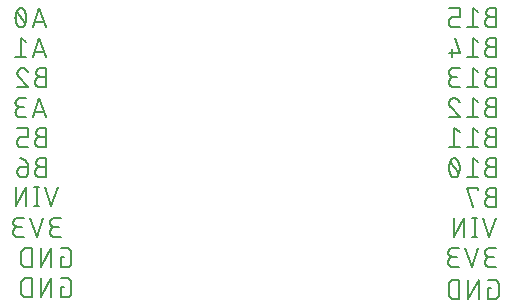
<source format=gbr>
G04 EAGLE Gerber RS-274X export*
G75*
%MOMM*%
%FSLAX34Y34*%
%LPD*%
%INSilkscreen Bottom*%
%IPPOS*%
%AMOC8*
5,1,8,0,0,1.08239X$1,22.5*%
G01*
%ADD10C,0.152400*%


D10*
X452628Y369203D02*
X448112Y369203D01*
X448112Y369204D02*
X447979Y369202D01*
X447847Y369196D01*
X447715Y369186D01*
X447583Y369173D01*
X447451Y369155D01*
X447321Y369134D01*
X447190Y369109D01*
X447061Y369080D01*
X446933Y369047D01*
X446805Y369011D01*
X446679Y368971D01*
X446554Y368927D01*
X446430Y368879D01*
X446308Y368828D01*
X446187Y368773D01*
X446068Y368715D01*
X445950Y368653D01*
X445835Y368588D01*
X445721Y368519D01*
X445610Y368448D01*
X445501Y368372D01*
X445394Y368294D01*
X445289Y368213D01*
X445187Y368128D01*
X445087Y368041D01*
X444990Y367951D01*
X444895Y367858D01*
X444804Y367762D01*
X444715Y367664D01*
X444629Y367563D01*
X444546Y367459D01*
X444466Y367353D01*
X444390Y367245D01*
X444316Y367135D01*
X444246Y367022D01*
X444179Y366908D01*
X444116Y366791D01*
X444056Y366673D01*
X443999Y366553D01*
X443946Y366431D01*
X443897Y366308D01*
X443851Y366184D01*
X443809Y366058D01*
X443771Y365931D01*
X443736Y365803D01*
X443705Y365674D01*
X443678Y365545D01*
X443655Y365414D01*
X443635Y365283D01*
X443620Y365151D01*
X443608Y365019D01*
X443600Y364887D01*
X443596Y364754D01*
X443596Y364622D01*
X443600Y364489D01*
X443608Y364357D01*
X443620Y364225D01*
X443635Y364093D01*
X443655Y363962D01*
X443678Y363831D01*
X443705Y363702D01*
X443736Y363573D01*
X443771Y363445D01*
X443809Y363318D01*
X443851Y363192D01*
X443897Y363068D01*
X443946Y362945D01*
X443999Y362823D01*
X444056Y362703D01*
X444116Y362585D01*
X444179Y362468D01*
X444246Y362354D01*
X444316Y362241D01*
X444390Y362131D01*
X444466Y362023D01*
X444546Y361917D01*
X444629Y361813D01*
X444715Y361712D01*
X444804Y361614D01*
X444895Y361518D01*
X444990Y361425D01*
X445087Y361335D01*
X445187Y361248D01*
X445289Y361163D01*
X445394Y361082D01*
X445501Y361004D01*
X445610Y360928D01*
X445721Y360857D01*
X445835Y360788D01*
X445950Y360723D01*
X446068Y360661D01*
X446187Y360603D01*
X446308Y360548D01*
X446430Y360497D01*
X446554Y360449D01*
X446679Y360405D01*
X446805Y360365D01*
X446933Y360329D01*
X447061Y360296D01*
X447190Y360267D01*
X447321Y360242D01*
X447451Y360221D01*
X447583Y360203D01*
X447715Y360190D01*
X447847Y360180D01*
X447979Y360174D01*
X448112Y360172D01*
X452628Y360172D01*
X452628Y376428D01*
X448112Y376428D01*
X447993Y376426D01*
X447873Y376420D01*
X447754Y376410D01*
X447636Y376396D01*
X447517Y376379D01*
X447400Y376357D01*
X447283Y376332D01*
X447168Y376302D01*
X447053Y376269D01*
X446939Y376232D01*
X446827Y376192D01*
X446716Y376147D01*
X446607Y376099D01*
X446499Y376048D01*
X446393Y375993D01*
X446289Y375934D01*
X446187Y375872D01*
X446087Y375807D01*
X445989Y375738D01*
X445893Y375666D01*
X445800Y375591D01*
X445710Y375514D01*
X445622Y375433D01*
X445537Y375349D01*
X445455Y375262D01*
X445375Y375173D01*
X445299Y375081D01*
X445225Y374987D01*
X445155Y374890D01*
X445088Y374792D01*
X445024Y374691D01*
X444964Y374587D01*
X444907Y374482D01*
X444854Y374375D01*
X444804Y374267D01*
X444758Y374157D01*
X444716Y374045D01*
X444677Y373932D01*
X444642Y373818D01*
X444611Y373703D01*
X444583Y373586D01*
X444560Y373469D01*
X444540Y373352D01*
X444524Y373233D01*
X444512Y373114D01*
X444504Y372995D01*
X444500Y372876D01*
X444500Y372756D01*
X444504Y372637D01*
X444512Y372518D01*
X444524Y372399D01*
X444540Y372280D01*
X444560Y372163D01*
X444583Y372046D01*
X444611Y371929D01*
X444642Y371814D01*
X444677Y371700D01*
X444716Y371587D01*
X444758Y371475D01*
X444804Y371365D01*
X444854Y371257D01*
X444907Y371150D01*
X444964Y371045D01*
X445024Y370941D01*
X445088Y370840D01*
X445155Y370742D01*
X445225Y370645D01*
X445299Y370551D01*
X445375Y370459D01*
X445455Y370370D01*
X445537Y370283D01*
X445622Y370199D01*
X445710Y370118D01*
X445800Y370041D01*
X445893Y369966D01*
X445989Y369894D01*
X446087Y369825D01*
X446187Y369760D01*
X446289Y369698D01*
X446393Y369639D01*
X446499Y369584D01*
X446607Y369533D01*
X446716Y369485D01*
X446827Y369440D01*
X446939Y369400D01*
X447053Y369363D01*
X447168Y369330D01*
X447283Y369300D01*
X447400Y369275D01*
X447517Y369253D01*
X447636Y369236D01*
X447754Y369222D01*
X447873Y369212D01*
X447993Y369206D01*
X448112Y369204D01*
X437729Y372816D02*
X433213Y376428D01*
X433213Y360172D01*
X428698Y360172D02*
X437729Y360172D01*
X422098Y360172D02*
X416679Y360172D01*
X416561Y360174D01*
X416443Y360180D01*
X416325Y360189D01*
X416208Y360203D01*
X416091Y360220D01*
X415974Y360241D01*
X415859Y360266D01*
X415744Y360295D01*
X415630Y360328D01*
X415518Y360364D01*
X415407Y360404D01*
X415297Y360447D01*
X415188Y360494D01*
X415081Y360544D01*
X414976Y360599D01*
X414873Y360656D01*
X414772Y360717D01*
X414672Y360781D01*
X414575Y360848D01*
X414480Y360918D01*
X414388Y360992D01*
X414297Y361068D01*
X414210Y361148D01*
X414125Y361230D01*
X414043Y361315D01*
X413963Y361402D01*
X413887Y361493D01*
X413813Y361585D01*
X413743Y361680D01*
X413676Y361777D01*
X413612Y361877D01*
X413551Y361978D01*
X413494Y362081D01*
X413439Y362186D01*
X413389Y362293D01*
X413342Y362402D01*
X413299Y362512D01*
X413259Y362623D01*
X413223Y362735D01*
X413190Y362849D01*
X413161Y362964D01*
X413136Y363079D01*
X413115Y363196D01*
X413098Y363313D01*
X413084Y363430D01*
X413075Y363548D01*
X413069Y363666D01*
X413067Y363784D01*
X413066Y363784D02*
X413066Y365591D01*
X413067Y365591D02*
X413069Y365709D01*
X413075Y365827D01*
X413084Y365945D01*
X413098Y366062D01*
X413115Y366179D01*
X413136Y366296D01*
X413161Y366411D01*
X413190Y366526D01*
X413223Y366640D01*
X413259Y366752D01*
X413299Y366863D01*
X413342Y366973D01*
X413389Y367082D01*
X413439Y367189D01*
X413494Y367294D01*
X413551Y367397D01*
X413612Y367498D01*
X413676Y367598D01*
X413743Y367695D01*
X413813Y367790D01*
X413887Y367882D01*
X413963Y367973D01*
X414043Y368060D01*
X414125Y368145D01*
X414210Y368227D01*
X414297Y368307D01*
X414388Y368383D01*
X414480Y368457D01*
X414575Y368527D01*
X414672Y368594D01*
X414772Y368658D01*
X414873Y368719D01*
X414976Y368776D01*
X415081Y368831D01*
X415188Y368881D01*
X415297Y368928D01*
X415407Y368971D01*
X415518Y369011D01*
X415630Y369047D01*
X415744Y369080D01*
X415859Y369109D01*
X415974Y369134D01*
X416091Y369155D01*
X416208Y369172D01*
X416325Y369186D01*
X416443Y369195D01*
X416561Y369201D01*
X416679Y369203D01*
X422098Y369203D01*
X422098Y376428D01*
X413066Y376428D01*
X448112Y216803D02*
X452628Y216803D01*
X448112Y216804D02*
X447979Y216802D01*
X447847Y216796D01*
X447715Y216786D01*
X447583Y216773D01*
X447451Y216755D01*
X447321Y216734D01*
X447190Y216709D01*
X447061Y216680D01*
X446933Y216647D01*
X446805Y216611D01*
X446679Y216571D01*
X446554Y216527D01*
X446430Y216479D01*
X446308Y216428D01*
X446187Y216373D01*
X446068Y216315D01*
X445950Y216253D01*
X445835Y216188D01*
X445721Y216119D01*
X445610Y216048D01*
X445501Y215972D01*
X445394Y215894D01*
X445289Y215813D01*
X445187Y215728D01*
X445087Y215641D01*
X444990Y215551D01*
X444895Y215458D01*
X444804Y215362D01*
X444715Y215264D01*
X444629Y215163D01*
X444546Y215059D01*
X444466Y214953D01*
X444390Y214845D01*
X444316Y214735D01*
X444246Y214622D01*
X444179Y214508D01*
X444116Y214391D01*
X444056Y214273D01*
X443999Y214153D01*
X443946Y214031D01*
X443897Y213908D01*
X443851Y213784D01*
X443809Y213658D01*
X443771Y213531D01*
X443736Y213403D01*
X443705Y213274D01*
X443678Y213145D01*
X443655Y213014D01*
X443635Y212883D01*
X443620Y212751D01*
X443608Y212619D01*
X443600Y212487D01*
X443596Y212354D01*
X443596Y212222D01*
X443600Y212089D01*
X443608Y211957D01*
X443620Y211825D01*
X443635Y211693D01*
X443655Y211562D01*
X443678Y211431D01*
X443705Y211302D01*
X443736Y211173D01*
X443771Y211045D01*
X443809Y210918D01*
X443851Y210792D01*
X443897Y210668D01*
X443946Y210545D01*
X443999Y210423D01*
X444056Y210303D01*
X444116Y210185D01*
X444179Y210068D01*
X444246Y209954D01*
X444316Y209841D01*
X444390Y209731D01*
X444466Y209623D01*
X444546Y209517D01*
X444629Y209413D01*
X444715Y209312D01*
X444804Y209214D01*
X444895Y209118D01*
X444990Y209025D01*
X445087Y208935D01*
X445187Y208848D01*
X445289Y208763D01*
X445394Y208682D01*
X445501Y208604D01*
X445610Y208528D01*
X445721Y208457D01*
X445835Y208388D01*
X445950Y208323D01*
X446068Y208261D01*
X446187Y208203D01*
X446308Y208148D01*
X446430Y208097D01*
X446554Y208049D01*
X446679Y208005D01*
X446805Y207965D01*
X446933Y207929D01*
X447061Y207896D01*
X447190Y207867D01*
X447321Y207842D01*
X447451Y207821D01*
X447583Y207803D01*
X447715Y207790D01*
X447847Y207780D01*
X447979Y207774D01*
X448112Y207772D01*
X452628Y207772D01*
X452628Y224028D01*
X448112Y224028D01*
X447993Y224026D01*
X447873Y224020D01*
X447754Y224010D01*
X447636Y223996D01*
X447517Y223979D01*
X447400Y223957D01*
X447283Y223932D01*
X447168Y223902D01*
X447053Y223869D01*
X446939Y223832D01*
X446827Y223792D01*
X446716Y223747D01*
X446607Y223699D01*
X446499Y223648D01*
X446393Y223593D01*
X446289Y223534D01*
X446187Y223472D01*
X446087Y223407D01*
X445989Y223338D01*
X445893Y223266D01*
X445800Y223191D01*
X445710Y223114D01*
X445622Y223033D01*
X445537Y222949D01*
X445455Y222862D01*
X445375Y222773D01*
X445299Y222681D01*
X445225Y222587D01*
X445155Y222490D01*
X445088Y222392D01*
X445024Y222291D01*
X444964Y222187D01*
X444907Y222082D01*
X444854Y221975D01*
X444804Y221867D01*
X444758Y221757D01*
X444716Y221645D01*
X444677Y221532D01*
X444642Y221418D01*
X444611Y221303D01*
X444583Y221186D01*
X444560Y221069D01*
X444540Y220952D01*
X444524Y220833D01*
X444512Y220714D01*
X444504Y220595D01*
X444500Y220476D01*
X444500Y220356D01*
X444504Y220237D01*
X444512Y220118D01*
X444524Y219999D01*
X444540Y219880D01*
X444560Y219763D01*
X444583Y219646D01*
X444611Y219529D01*
X444642Y219414D01*
X444677Y219300D01*
X444716Y219187D01*
X444758Y219075D01*
X444804Y218965D01*
X444854Y218857D01*
X444907Y218750D01*
X444964Y218645D01*
X445024Y218541D01*
X445088Y218440D01*
X445155Y218342D01*
X445225Y218245D01*
X445299Y218151D01*
X445375Y218059D01*
X445455Y217970D01*
X445537Y217883D01*
X445622Y217799D01*
X445710Y217718D01*
X445800Y217641D01*
X445893Y217566D01*
X445989Y217494D01*
X446087Y217425D01*
X446187Y217360D01*
X446289Y217298D01*
X446393Y217239D01*
X446499Y217184D01*
X446607Y217133D01*
X446716Y217085D01*
X446827Y217040D01*
X446939Y217000D01*
X447053Y216963D01*
X447168Y216930D01*
X447283Y216900D01*
X447400Y216875D01*
X447517Y216853D01*
X447636Y216836D01*
X447754Y216822D01*
X447873Y216812D01*
X447993Y216806D01*
X448112Y216804D01*
X437729Y222222D02*
X437729Y224028D01*
X428698Y224028D01*
X433213Y207772D01*
X452628Y198628D02*
X447209Y182372D01*
X441791Y198628D01*
X434704Y198628D02*
X434704Y182372D01*
X432898Y182372D02*
X436511Y182372D01*
X436511Y198628D02*
X432898Y198628D01*
X426194Y198628D02*
X426194Y182372D01*
X417163Y182372D02*
X426194Y198628D01*
X417163Y198628D02*
X417163Y182372D01*
X448112Y156972D02*
X452628Y156972D01*
X448112Y156972D02*
X447979Y156974D01*
X447847Y156980D01*
X447715Y156990D01*
X447583Y157003D01*
X447451Y157021D01*
X447321Y157042D01*
X447190Y157067D01*
X447061Y157096D01*
X446933Y157129D01*
X446805Y157165D01*
X446679Y157205D01*
X446554Y157249D01*
X446430Y157297D01*
X446308Y157348D01*
X446187Y157403D01*
X446068Y157461D01*
X445950Y157523D01*
X445835Y157588D01*
X445721Y157657D01*
X445610Y157728D01*
X445501Y157804D01*
X445394Y157882D01*
X445289Y157963D01*
X445187Y158048D01*
X445087Y158135D01*
X444990Y158225D01*
X444895Y158318D01*
X444804Y158414D01*
X444715Y158512D01*
X444629Y158613D01*
X444546Y158717D01*
X444466Y158823D01*
X444390Y158931D01*
X444316Y159041D01*
X444246Y159154D01*
X444179Y159268D01*
X444116Y159385D01*
X444056Y159503D01*
X443999Y159623D01*
X443946Y159745D01*
X443897Y159868D01*
X443851Y159992D01*
X443809Y160118D01*
X443771Y160245D01*
X443736Y160373D01*
X443705Y160502D01*
X443678Y160631D01*
X443655Y160762D01*
X443635Y160893D01*
X443620Y161025D01*
X443608Y161157D01*
X443600Y161289D01*
X443596Y161422D01*
X443596Y161554D01*
X443600Y161687D01*
X443608Y161819D01*
X443620Y161951D01*
X443635Y162083D01*
X443655Y162214D01*
X443678Y162345D01*
X443705Y162474D01*
X443736Y162603D01*
X443771Y162731D01*
X443809Y162858D01*
X443851Y162984D01*
X443897Y163108D01*
X443946Y163231D01*
X443999Y163353D01*
X444056Y163473D01*
X444116Y163591D01*
X444179Y163708D01*
X444246Y163822D01*
X444316Y163935D01*
X444390Y164045D01*
X444466Y164153D01*
X444546Y164259D01*
X444629Y164363D01*
X444715Y164464D01*
X444804Y164562D01*
X444895Y164658D01*
X444990Y164751D01*
X445087Y164841D01*
X445187Y164928D01*
X445289Y165013D01*
X445394Y165094D01*
X445501Y165172D01*
X445610Y165248D01*
X445721Y165319D01*
X445835Y165388D01*
X445950Y165453D01*
X446068Y165515D01*
X446187Y165573D01*
X446308Y165628D01*
X446430Y165679D01*
X446554Y165727D01*
X446679Y165771D01*
X446805Y165811D01*
X446933Y165847D01*
X447061Y165880D01*
X447190Y165909D01*
X447321Y165934D01*
X447451Y165955D01*
X447583Y165973D01*
X447715Y165986D01*
X447847Y165996D01*
X447979Y166002D01*
X448112Y166004D01*
X447209Y173228D02*
X452628Y173228D01*
X447209Y173228D02*
X447090Y173226D01*
X446970Y173220D01*
X446851Y173210D01*
X446733Y173196D01*
X446614Y173179D01*
X446497Y173157D01*
X446380Y173132D01*
X446265Y173102D01*
X446150Y173069D01*
X446036Y173032D01*
X445924Y172992D01*
X445813Y172947D01*
X445704Y172899D01*
X445596Y172848D01*
X445490Y172793D01*
X445386Y172734D01*
X445284Y172672D01*
X445184Y172607D01*
X445086Y172538D01*
X444990Y172466D01*
X444897Y172391D01*
X444807Y172314D01*
X444719Y172233D01*
X444634Y172149D01*
X444552Y172062D01*
X444472Y171973D01*
X444396Y171881D01*
X444322Y171787D01*
X444252Y171690D01*
X444185Y171592D01*
X444121Y171491D01*
X444061Y171387D01*
X444004Y171282D01*
X443951Y171175D01*
X443901Y171067D01*
X443855Y170957D01*
X443813Y170845D01*
X443774Y170732D01*
X443739Y170618D01*
X443708Y170503D01*
X443680Y170386D01*
X443657Y170269D01*
X443637Y170152D01*
X443621Y170033D01*
X443609Y169914D01*
X443601Y169795D01*
X443597Y169676D01*
X443597Y169556D01*
X443601Y169437D01*
X443609Y169318D01*
X443621Y169199D01*
X443637Y169080D01*
X443657Y168963D01*
X443680Y168846D01*
X443708Y168729D01*
X443739Y168614D01*
X443774Y168500D01*
X443813Y168387D01*
X443855Y168275D01*
X443901Y168165D01*
X443951Y168057D01*
X444004Y167950D01*
X444061Y167845D01*
X444121Y167741D01*
X444185Y167640D01*
X444252Y167542D01*
X444322Y167445D01*
X444396Y167351D01*
X444472Y167259D01*
X444552Y167170D01*
X444634Y167083D01*
X444719Y166999D01*
X444807Y166918D01*
X444897Y166841D01*
X444990Y166766D01*
X445086Y166694D01*
X445184Y166625D01*
X445284Y166560D01*
X445386Y166498D01*
X445490Y166439D01*
X445596Y166384D01*
X445704Y166333D01*
X445813Y166285D01*
X445924Y166240D01*
X446036Y166200D01*
X446150Y166163D01*
X446265Y166130D01*
X446380Y166100D01*
X446497Y166075D01*
X446614Y166053D01*
X446733Y166036D01*
X446851Y166022D01*
X446970Y166012D01*
X447090Y166006D01*
X447209Y166004D01*
X447209Y166003D02*
X450822Y166003D01*
X437900Y173228D02*
X432481Y156972D01*
X427063Y173228D01*
X421366Y156972D02*
X416850Y156972D01*
X416717Y156974D01*
X416585Y156980D01*
X416453Y156990D01*
X416321Y157003D01*
X416189Y157021D01*
X416059Y157042D01*
X415928Y157067D01*
X415799Y157096D01*
X415671Y157129D01*
X415543Y157165D01*
X415417Y157205D01*
X415292Y157249D01*
X415168Y157297D01*
X415046Y157348D01*
X414925Y157403D01*
X414806Y157461D01*
X414688Y157523D01*
X414573Y157588D01*
X414459Y157657D01*
X414348Y157728D01*
X414239Y157804D01*
X414132Y157882D01*
X414027Y157963D01*
X413925Y158048D01*
X413825Y158135D01*
X413728Y158225D01*
X413633Y158318D01*
X413542Y158414D01*
X413453Y158512D01*
X413367Y158613D01*
X413284Y158717D01*
X413204Y158823D01*
X413128Y158931D01*
X413054Y159041D01*
X412984Y159154D01*
X412917Y159268D01*
X412854Y159385D01*
X412794Y159503D01*
X412737Y159623D01*
X412684Y159745D01*
X412635Y159868D01*
X412589Y159992D01*
X412547Y160118D01*
X412509Y160245D01*
X412474Y160373D01*
X412443Y160502D01*
X412416Y160631D01*
X412393Y160762D01*
X412373Y160893D01*
X412358Y161025D01*
X412346Y161157D01*
X412338Y161289D01*
X412334Y161422D01*
X412334Y161554D01*
X412338Y161687D01*
X412346Y161819D01*
X412358Y161951D01*
X412373Y162083D01*
X412393Y162214D01*
X412416Y162345D01*
X412443Y162474D01*
X412474Y162603D01*
X412509Y162731D01*
X412547Y162858D01*
X412589Y162984D01*
X412635Y163108D01*
X412684Y163231D01*
X412737Y163353D01*
X412794Y163473D01*
X412854Y163591D01*
X412917Y163708D01*
X412984Y163822D01*
X413054Y163935D01*
X413128Y164045D01*
X413204Y164153D01*
X413284Y164259D01*
X413367Y164363D01*
X413453Y164464D01*
X413542Y164562D01*
X413633Y164658D01*
X413728Y164751D01*
X413825Y164841D01*
X413925Y164928D01*
X414027Y165013D01*
X414132Y165094D01*
X414239Y165172D01*
X414348Y165248D01*
X414459Y165319D01*
X414573Y165388D01*
X414688Y165453D01*
X414806Y165515D01*
X414925Y165573D01*
X415046Y165628D01*
X415168Y165679D01*
X415292Y165727D01*
X415417Y165771D01*
X415543Y165811D01*
X415671Y165847D01*
X415799Y165880D01*
X415928Y165909D01*
X416059Y165934D01*
X416189Y165955D01*
X416321Y165973D01*
X416453Y165986D01*
X416585Y165996D01*
X416717Y166002D01*
X416850Y166004D01*
X415947Y173228D02*
X421366Y173228D01*
X415947Y173228D02*
X415828Y173226D01*
X415708Y173220D01*
X415589Y173210D01*
X415471Y173196D01*
X415352Y173179D01*
X415235Y173157D01*
X415118Y173132D01*
X415003Y173102D01*
X414888Y173069D01*
X414774Y173032D01*
X414662Y172992D01*
X414551Y172947D01*
X414442Y172899D01*
X414334Y172848D01*
X414228Y172793D01*
X414124Y172734D01*
X414022Y172672D01*
X413922Y172607D01*
X413824Y172538D01*
X413728Y172466D01*
X413635Y172391D01*
X413545Y172314D01*
X413457Y172233D01*
X413372Y172149D01*
X413290Y172062D01*
X413210Y171973D01*
X413134Y171881D01*
X413060Y171787D01*
X412990Y171690D01*
X412923Y171592D01*
X412859Y171491D01*
X412799Y171387D01*
X412742Y171282D01*
X412689Y171175D01*
X412639Y171067D01*
X412593Y170957D01*
X412551Y170845D01*
X412512Y170732D01*
X412477Y170618D01*
X412446Y170503D01*
X412418Y170386D01*
X412395Y170269D01*
X412375Y170152D01*
X412359Y170033D01*
X412347Y169914D01*
X412339Y169795D01*
X412335Y169676D01*
X412335Y169556D01*
X412339Y169437D01*
X412347Y169318D01*
X412359Y169199D01*
X412375Y169080D01*
X412395Y168963D01*
X412418Y168846D01*
X412446Y168729D01*
X412477Y168614D01*
X412512Y168500D01*
X412551Y168387D01*
X412593Y168275D01*
X412639Y168165D01*
X412689Y168057D01*
X412742Y167950D01*
X412799Y167845D01*
X412859Y167741D01*
X412923Y167640D01*
X412990Y167542D01*
X413060Y167445D01*
X413134Y167351D01*
X413210Y167259D01*
X413290Y167170D01*
X413372Y167083D01*
X413457Y166999D01*
X413545Y166918D01*
X413635Y166841D01*
X413728Y166766D01*
X413824Y166694D01*
X413922Y166625D01*
X414022Y166560D01*
X414124Y166498D01*
X414228Y166439D01*
X414334Y166384D01*
X414442Y166333D01*
X414551Y166285D01*
X414662Y166240D01*
X414774Y166200D01*
X414888Y166163D01*
X415003Y166130D01*
X415118Y166100D01*
X415235Y166075D01*
X415352Y166053D01*
X415471Y166036D01*
X415589Y166022D01*
X415708Y166012D01*
X415828Y166006D01*
X415947Y166004D01*
X415947Y166003D02*
X419559Y166003D01*
X446137Y139333D02*
X448846Y139333D01*
X446137Y139333D02*
X446137Y130302D01*
X451556Y130302D01*
X451674Y130304D01*
X451792Y130310D01*
X451910Y130319D01*
X452027Y130333D01*
X452144Y130350D01*
X452261Y130371D01*
X452376Y130396D01*
X452491Y130425D01*
X452605Y130458D01*
X452717Y130494D01*
X452828Y130534D01*
X452938Y130577D01*
X453047Y130624D01*
X453154Y130674D01*
X453259Y130729D01*
X453362Y130786D01*
X453463Y130847D01*
X453563Y130911D01*
X453660Y130978D01*
X453755Y131048D01*
X453847Y131122D01*
X453938Y131198D01*
X454025Y131278D01*
X454110Y131360D01*
X454192Y131445D01*
X454272Y131532D01*
X454348Y131623D01*
X454422Y131715D01*
X454492Y131810D01*
X454559Y131907D01*
X454623Y132007D01*
X454684Y132108D01*
X454741Y132211D01*
X454796Y132316D01*
X454846Y132423D01*
X454893Y132532D01*
X454936Y132642D01*
X454976Y132753D01*
X455012Y132865D01*
X455045Y132979D01*
X455074Y133094D01*
X455099Y133209D01*
X455120Y133326D01*
X455137Y133443D01*
X455151Y133560D01*
X455160Y133678D01*
X455166Y133796D01*
X455168Y133914D01*
X455168Y142946D01*
X455166Y143064D01*
X455160Y143182D01*
X455151Y143300D01*
X455137Y143417D01*
X455120Y143534D01*
X455099Y143651D01*
X455074Y143766D01*
X455045Y143881D01*
X455012Y143995D01*
X454976Y144107D01*
X454936Y144218D01*
X454893Y144328D01*
X454846Y144437D01*
X454796Y144544D01*
X454741Y144649D01*
X454684Y144752D01*
X454623Y144853D01*
X454559Y144953D01*
X454492Y145050D01*
X454422Y145145D01*
X454348Y145237D01*
X454272Y145328D01*
X454192Y145415D01*
X454110Y145500D01*
X454025Y145582D01*
X453938Y145662D01*
X453847Y145738D01*
X453755Y145812D01*
X453660Y145882D01*
X453563Y145949D01*
X453463Y146013D01*
X453362Y146074D01*
X453259Y146131D01*
X453154Y146186D01*
X453047Y146236D01*
X452938Y146283D01*
X452828Y146326D01*
X452717Y146366D01*
X452605Y146402D01*
X452491Y146435D01*
X452376Y146464D01*
X452261Y146489D01*
X452144Y146510D01*
X452027Y146527D01*
X451910Y146541D01*
X451792Y146550D01*
X451674Y146556D01*
X451556Y146558D01*
X446137Y146558D01*
X438495Y146558D02*
X438495Y130302D01*
X429464Y130302D02*
X438495Y146558D01*
X429464Y146558D02*
X429464Y130302D01*
X421821Y130302D02*
X421821Y146558D01*
X417306Y146558D01*
X417175Y146556D01*
X417043Y146550D01*
X416912Y146541D01*
X416782Y146527D01*
X416651Y146510D01*
X416522Y146489D01*
X416393Y146465D01*
X416265Y146436D01*
X416137Y146404D01*
X416011Y146368D01*
X415886Y146329D01*
X415761Y146286D01*
X415639Y146239D01*
X415517Y146189D01*
X415397Y146135D01*
X415279Y146078D01*
X415163Y146017D01*
X415048Y145953D01*
X414935Y145886D01*
X414824Y145815D01*
X414716Y145741D01*
X414609Y145664D01*
X414505Y145584D01*
X414403Y145501D01*
X414304Y145416D01*
X414207Y145327D01*
X414113Y145235D01*
X414021Y145141D01*
X413932Y145044D01*
X413847Y144945D01*
X413764Y144843D01*
X413684Y144739D01*
X413607Y144632D01*
X413533Y144524D01*
X413462Y144413D01*
X413395Y144300D01*
X413331Y144185D01*
X413270Y144069D01*
X413213Y143951D01*
X413159Y143831D01*
X413109Y143709D01*
X413062Y143587D01*
X413019Y143462D01*
X412980Y143337D01*
X412944Y143211D01*
X412912Y143083D01*
X412883Y142955D01*
X412859Y142826D01*
X412838Y142697D01*
X412821Y142566D01*
X412807Y142436D01*
X412798Y142305D01*
X412792Y142173D01*
X412790Y142042D01*
X412790Y134818D01*
X412792Y134687D01*
X412798Y134555D01*
X412807Y134424D01*
X412821Y134294D01*
X412838Y134163D01*
X412859Y134034D01*
X412883Y133905D01*
X412912Y133777D01*
X412944Y133649D01*
X412980Y133523D01*
X413019Y133398D01*
X413062Y133273D01*
X413109Y133151D01*
X413159Y133029D01*
X413213Y132909D01*
X413270Y132791D01*
X413331Y132675D01*
X413395Y132560D01*
X413462Y132447D01*
X413533Y132336D01*
X413607Y132228D01*
X413684Y132121D01*
X413764Y132017D01*
X413847Y131915D01*
X413932Y131816D01*
X414021Y131719D01*
X414113Y131625D01*
X414207Y131533D01*
X414304Y131444D01*
X414403Y131359D01*
X414505Y131276D01*
X414609Y131196D01*
X414716Y131119D01*
X414824Y131045D01*
X414935Y130974D01*
X415048Y130907D01*
X415163Y130843D01*
X415279Y130782D01*
X415397Y130725D01*
X415517Y130671D01*
X415639Y130621D01*
X415761Y130574D01*
X415886Y130531D01*
X416011Y130492D01*
X416137Y130456D01*
X416265Y130424D01*
X416393Y130395D01*
X416522Y130371D01*
X416651Y130350D01*
X416782Y130333D01*
X416912Y130319D01*
X417043Y130310D01*
X417175Y130304D01*
X417306Y130302D01*
X421821Y130302D01*
X448112Y343803D02*
X452628Y343803D01*
X448112Y343804D02*
X447979Y343802D01*
X447847Y343796D01*
X447715Y343786D01*
X447583Y343773D01*
X447451Y343755D01*
X447321Y343734D01*
X447190Y343709D01*
X447061Y343680D01*
X446933Y343647D01*
X446805Y343611D01*
X446679Y343571D01*
X446554Y343527D01*
X446430Y343479D01*
X446308Y343428D01*
X446187Y343373D01*
X446068Y343315D01*
X445950Y343253D01*
X445835Y343188D01*
X445721Y343119D01*
X445610Y343048D01*
X445501Y342972D01*
X445394Y342894D01*
X445289Y342813D01*
X445187Y342728D01*
X445087Y342641D01*
X444990Y342551D01*
X444895Y342458D01*
X444804Y342362D01*
X444715Y342264D01*
X444629Y342163D01*
X444546Y342059D01*
X444466Y341953D01*
X444390Y341845D01*
X444316Y341735D01*
X444246Y341622D01*
X444179Y341508D01*
X444116Y341391D01*
X444056Y341273D01*
X443999Y341153D01*
X443946Y341031D01*
X443897Y340908D01*
X443851Y340784D01*
X443809Y340658D01*
X443771Y340531D01*
X443736Y340403D01*
X443705Y340274D01*
X443678Y340145D01*
X443655Y340014D01*
X443635Y339883D01*
X443620Y339751D01*
X443608Y339619D01*
X443600Y339487D01*
X443596Y339354D01*
X443596Y339222D01*
X443600Y339089D01*
X443608Y338957D01*
X443620Y338825D01*
X443635Y338693D01*
X443655Y338562D01*
X443678Y338431D01*
X443705Y338302D01*
X443736Y338173D01*
X443771Y338045D01*
X443809Y337918D01*
X443851Y337792D01*
X443897Y337668D01*
X443946Y337545D01*
X443999Y337423D01*
X444056Y337303D01*
X444116Y337185D01*
X444179Y337068D01*
X444246Y336954D01*
X444316Y336841D01*
X444390Y336731D01*
X444466Y336623D01*
X444546Y336517D01*
X444629Y336413D01*
X444715Y336312D01*
X444804Y336214D01*
X444895Y336118D01*
X444990Y336025D01*
X445087Y335935D01*
X445187Y335848D01*
X445289Y335763D01*
X445394Y335682D01*
X445501Y335604D01*
X445610Y335528D01*
X445721Y335457D01*
X445835Y335388D01*
X445950Y335323D01*
X446068Y335261D01*
X446187Y335203D01*
X446308Y335148D01*
X446430Y335097D01*
X446554Y335049D01*
X446679Y335005D01*
X446805Y334965D01*
X446933Y334929D01*
X447061Y334896D01*
X447190Y334867D01*
X447321Y334842D01*
X447451Y334821D01*
X447583Y334803D01*
X447715Y334790D01*
X447847Y334780D01*
X447979Y334774D01*
X448112Y334772D01*
X452628Y334772D01*
X452628Y351028D01*
X448112Y351028D01*
X447993Y351026D01*
X447873Y351020D01*
X447754Y351010D01*
X447636Y350996D01*
X447517Y350979D01*
X447400Y350957D01*
X447283Y350932D01*
X447168Y350902D01*
X447053Y350869D01*
X446939Y350832D01*
X446827Y350792D01*
X446716Y350747D01*
X446607Y350699D01*
X446499Y350648D01*
X446393Y350593D01*
X446289Y350534D01*
X446187Y350472D01*
X446087Y350407D01*
X445989Y350338D01*
X445893Y350266D01*
X445800Y350191D01*
X445710Y350114D01*
X445622Y350033D01*
X445537Y349949D01*
X445455Y349862D01*
X445375Y349773D01*
X445299Y349681D01*
X445225Y349587D01*
X445155Y349490D01*
X445088Y349392D01*
X445024Y349291D01*
X444964Y349187D01*
X444907Y349082D01*
X444854Y348975D01*
X444804Y348867D01*
X444758Y348757D01*
X444716Y348645D01*
X444677Y348532D01*
X444642Y348418D01*
X444611Y348303D01*
X444583Y348186D01*
X444560Y348069D01*
X444540Y347952D01*
X444524Y347833D01*
X444512Y347714D01*
X444504Y347595D01*
X444500Y347476D01*
X444500Y347356D01*
X444504Y347237D01*
X444512Y347118D01*
X444524Y346999D01*
X444540Y346880D01*
X444560Y346763D01*
X444583Y346646D01*
X444611Y346529D01*
X444642Y346414D01*
X444677Y346300D01*
X444716Y346187D01*
X444758Y346075D01*
X444804Y345965D01*
X444854Y345857D01*
X444907Y345750D01*
X444964Y345645D01*
X445024Y345541D01*
X445088Y345440D01*
X445155Y345342D01*
X445225Y345245D01*
X445299Y345151D01*
X445375Y345059D01*
X445455Y344970D01*
X445537Y344883D01*
X445622Y344799D01*
X445710Y344718D01*
X445800Y344641D01*
X445893Y344566D01*
X445989Y344494D01*
X446087Y344425D01*
X446187Y344360D01*
X446289Y344298D01*
X446393Y344239D01*
X446499Y344184D01*
X446607Y344133D01*
X446716Y344085D01*
X446827Y344040D01*
X446939Y344000D01*
X447053Y343963D01*
X447168Y343930D01*
X447283Y343900D01*
X447400Y343875D01*
X447517Y343853D01*
X447636Y343836D01*
X447754Y343822D01*
X447873Y343812D01*
X447993Y343806D01*
X448112Y343804D01*
X437729Y347416D02*
X433213Y351028D01*
X433213Y334772D01*
X428698Y334772D02*
X437729Y334772D01*
X422098Y338384D02*
X418485Y351028D01*
X422098Y338384D02*
X413066Y338384D01*
X415776Y334772D02*
X415776Y341997D01*
X448112Y318403D02*
X452628Y318403D01*
X448112Y318404D02*
X447979Y318402D01*
X447847Y318396D01*
X447715Y318386D01*
X447583Y318373D01*
X447451Y318355D01*
X447321Y318334D01*
X447190Y318309D01*
X447061Y318280D01*
X446933Y318247D01*
X446805Y318211D01*
X446679Y318171D01*
X446554Y318127D01*
X446430Y318079D01*
X446308Y318028D01*
X446187Y317973D01*
X446068Y317915D01*
X445950Y317853D01*
X445835Y317788D01*
X445721Y317719D01*
X445610Y317648D01*
X445501Y317572D01*
X445394Y317494D01*
X445289Y317413D01*
X445187Y317328D01*
X445087Y317241D01*
X444990Y317151D01*
X444895Y317058D01*
X444804Y316962D01*
X444715Y316864D01*
X444629Y316763D01*
X444546Y316659D01*
X444466Y316553D01*
X444390Y316445D01*
X444316Y316335D01*
X444246Y316222D01*
X444179Y316108D01*
X444116Y315991D01*
X444056Y315873D01*
X443999Y315753D01*
X443946Y315631D01*
X443897Y315508D01*
X443851Y315384D01*
X443809Y315258D01*
X443771Y315131D01*
X443736Y315003D01*
X443705Y314874D01*
X443678Y314745D01*
X443655Y314614D01*
X443635Y314483D01*
X443620Y314351D01*
X443608Y314219D01*
X443600Y314087D01*
X443596Y313954D01*
X443596Y313822D01*
X443600Y313689D01*
X443608Y313557D01*
X443620Y313425D01*
X443635Y313293D01*
X443655Y313162D01*
X443678Y313031D01*
X443705Y312902D01*
X443736Y312773D01*
X443771Y312645D01*
X443809Y312518D01*
X443851Y312392D01*
X443897Y312268D01*
X443946Y312145D01*
X443999Y312023D01*
X444056Y311903D01*
X444116Y311785D01*
X444179Y311668D01*
X444246Y311554D01*
X444316Y311441D01*
X444390Y311331D01*
X444466Y311223D01*
X444546Y311117D01*
X444629Y311013D01*
X444715Y310912D01*
X444804Y310814D01*
X444895Y310718D01*
X444990Y310625D01*
X445087Y310535D01*
X445187Y310448D01*
X445289Y310363D01*
X445394Y310282D01*
X445501Y310204D01*
X445610Y310128D01*
X445721Y310057D01*
X445835Y309988D01*
X445950Y309923D01*
X446068Y309861D01*
X446187Y309803D01*
X446308Y309748D01*
X446430Y309697D01*
X446554Y309649D01*
X446679Y309605D01*
X446805Y309565D01*
X446933Y309529D01*
X447061Y309496D01*
X447190Y309467D01*
X447321Y309442D01*
X447451Y309421D01*
X447583Y309403D01*
X447715Y309390D01*
X447847Y309380D01*
X447979Y309374D01*
X448112Y309372D01*
X452628Y309372D01*
X452628Y325628D01*
X448112Y325628D01*
X447993Y325626D01*
X447873Y325620D01*
X447754Y325610D01*
X447636Y325596D01*
X447517Y325579D01*
X447400Y325557D01*
X447283Y325532D01*
X447168Y325502D01*
X447053Y325469D01*
X446939Y325432D01*
X446827Y325392D01*
X446716Y325347D01*
X446607Y325299D01*
X446499Y325248D01*
X446393Y325193D01*
X446289Y325134D01*
X446187Y325072D01*
X446087Y325007D01*
X445989Y324938D01*
X445893Y324866D01*
X445800Y324791D01*
X445710Y324714D01*
X445622Y324633D01*
X445537Y324549D01*
X445455Y324462D01*
X445375Y324373D01*
X445299Y324281D01*
X445225Y324187D01*
X445155Y324090D01*
X445088Y323992D01*
X445024Y323891D01*
X444964Y323787D01*
X444907Y323682D01*
X444854Y323575D01*
X444804Y323467D01*
X444758Y323357D01*
X444716Y323245D01*
X444677Y323132D01*
X444642Y323018D01*
X444611Y322903D01*
X444583Y322786D01*
X444560Y322669D01*
X444540Y322552D01*
X444524Y322433D01*
X444512Y322314D01*
X444504Y322195D01*
X444500Y322076D01*
X444500Y321956D01*
X444504Y321837D01*
X444512Y321718D01*
X444524Y321599D01*
X444540Y321480D01*
X444560Y321363D01*
X444583Y321246D01*
X444611Y321129D01*
X444642Y321014D01*
X444677Y320900D01*
X444716Y320787D01*
X444758Y320675D01*
X444804Y320565D01*
X444854Y320457D01*
X444907Y320350D01*
X444964Y320245D01*
X445024Y320141D01*
X445088Y320040D01*
X445155Y319942D01*
X445225Y319845D01*
X445299Y319751D01*
X445375Y319659D01*
X445455Y319570D01*
X445537Y319483D01*
X445622Y319399D01*
X445710Y319318D01*
X445800Y319241D01*
X445893Y319166D01*
X445989Y319094D01*
X446087Y319025D01*
X446187Y318960D01*
X446289Y318898D01*
X446393Y318839D01*
X446499Y318784D01*
X446607Y318733D01*
X446716Y318685D01*
X446827Y318640D01*
X446939Y318600D01*
X447053Y318563D01*
X447168Y318530D01*
X447283Y318500D01*
X447400Y318475D01*
X447517Y318453D01*
X447636Y318436D01*
X447754Y318422D01*
X447873Y318412D01*
X447993Y318406D01*
X448112Y318404D01*
X437729Y322016D02*
X433213Y325628D01*
X433213Y309372D01*
X428698Y309372D02*
X437729Y309372D01*
X422098Y309372D02*
X417582Y309372D01*
X417449Y309374D01*
X417317Y309380D01*
X417185Y309390D01*
X417053Y309403D01*
X416921Y309421D01*
X416791Y309442D01*
X416660Y309467D01*
X416531Y309496D01*
X416403Y309529D01*
X416275Y309565D01*
X416149Y309605D01*
X416024Y309649D01*
X415900Y309697D01*
X415778Y309748D01*
X415657Y309803D01*
X415538Y309861D01*
X415420Y309923D01*
X415305Y309988D01*
X415191Y310057D01*
X415080Y310128D01*
X414971Y310204D01*
X414864Y310282D01*
X414759Y310363D01*
X414657Y310448D01*
X414557Y310535D01*
X414460Y310625D01*
X414365Y310718D01*
X414274Y310814D01*
X414185Y310912D01*
X414099Y311013D01*
X414016Y311117D01*
X413936Y311223D01*
X413860Y311331D01*
X413786Y311441D01*
X413716Y311554D01*
X413649Y311668D01*
X413586Y311785D01*
X413526Y311903D01*
X413469Y312023D01*
X413416Y312145D01*
X413367Y312268D01*
X413321Y312392D01*
X413279Y312518D01*
X413241Y312645D01*
X413206Y312773D01*
X413175Y312902D01*
X413148Y313031D01*
X413125Y313162D01*
X413105Y313293D01*
X413090Y313425D01*
X413078Y313557D01*
X413070Y313689D01*
X413066Y313822D01*
X413066Y313954D01*
X413070Y314087D01*
X413078Y314219D01*
X413090Y314351D01*
X413105Y314483D01*
X413125Y314614D01*
X413148Y314745D01*
X413175Y314874D01*
X413206Y315003D01*
X413241Y315131D01*
X413279Y315258D01*
X413321Y315384D01*
X413367Y315508D01*
X413416Y315631D01*
X413469Y315753D01*
X413526Y315873D01*
X413586Y315991D01*
X413649Y316108D01*
X413716Y316222D01*
X413786Y316335D01*
X413860Y316445D01*
X413936Y316553D01*
X414016Y316659D01*
X414099Y316763D01*
X414185Y316864D01*
X414274Y316962D01*
X414365Y317058D01*
X414460Y317151D01*
X414557Y317241D01*
X414657Y317328D01*
X414759Y317413D01*
X414864Y317494D01*
X414971Y317572D01*
X415080Y317648D01*
X415191Y317719D01*
X415305Y317788D01*
X415420Y317853D01*
X415538Y317915D01*
X415657Y317973D01*
X415778Y318028D01*
X415900Y318079D01*
X416024Y318127D01*
X416149Y318171D01*
X416275Y318211D01*
X416403Y318247D01*
X416531Y318280D01*
X416660Y318309D01*
X416791Y318334D01*
X416921Y318355D01*
X417053Y318373D01*
X417185Y318386D01*
X417317Y318396D01*
X417449Y318402D01*
X417582Y318404D01*
X416679Y325628D02*
X422098Y325628D01*
X416679Y325628D02*
X416560Y325626D01*
X416440Y325620D01*
X416321Y325610D01*
X416203Y325596D01*
X416084Y325579D01*
X415967Y325557D01*
X415850Y325532D01*
X415735Y325502D01*
X415620Y325469D01*
X415506Y325432D01*
X415394Y325392D01*
X415283Y325347D01*
X415174Y325299D01*
X415066Y325248D01*
X414960Y325193D01*
X414856Y325134D01*
X414754Y325072D01*
X414654Y325007D01*
X414556Y324938D01*
X414460Y324866D01*
X414367Y324791D01*
X414277Y324714D01*
X414189Y324633D01*
X414104Y324549D01*
X414022Y324462D01*
X413942Y324373D01*
X413866Y324281D01*
X413792Y324187D01*
X413722Y324090D01*
X413655Y323992D01*
X413591Y323891D01*
X413531Y323787D01*
X413474Y323682D01*
X413421Y323575D01*
X413371Y323467D01*
X413325Y323357D01*
X413283Y323245D01*
X413244Y323132D01*
X413209Y323018D01*
X413178Y322903D01*
X413150Y322786D01*
X413127Y322669D01*
X413107Y322552D01*
X413091Y322433D01*
X413079Y322314D01*
X413071Y322195D01*
X413067Y322076D01*
X413067Y321956D01*
X413071Y321837D01*
X413079Y321718D01*
X413091Y321599D01*
X413107Y321480D01*
X413127Y321363D01*
X413150Y321246D01*
X413178Y321129D01*
X413209Y321014D01*
X413244Y320900D01*
X413283Y320787D01*
X413325Y320675D01*
X413371Y320565D01*
X413421Y320457D01*
X413474Y320350D01*
X413531Y320245D01*
X413591Y320141D01*
X413655Y320040D01*
X413722Y319942D01*
X413792Y319845D01*
X413866Y319751D01*
X413942Y319659D01*
X414022Y319570D01*
X414104Y319483D01*
X414189Y319399D01*
X414277Y319318D01*
X414367Y319241D01*
X414460Y319166D01*
X414556Y319094D01*
X414654Y319025D01*
X414754Y318960D01*
X414856Y318898D01*
X414960Y318839D01*
X415066Y318784D01*
X415174Y318733D01*
X415283Y318685D01*
X415394Y318640D01*
X415506Y318600D01*
X415620Y318563D01*
X415735Y318530D01*
X415850Y318500D01*
X415967Y318475D01*
X416084Y318453D01*
X416203Y318436D01*
X416321Y318422D01*
X416440Y318412D01*
X416560Y318406D01*
X416679Y318404D01*
X416679Y318403D02*
X420291Y318403D01*
X448112Y293003D02*
X452628Y293003D01*
X448112Y293004D02*
X447979Y293002D01*
X447847Y292996D01*
X447715Y292986D01*
X447583Y292973D01*
X447451Y292955D01*
X447321Y292934D01*
X447190Y292909D01*
X447061Y292880D01*
X446933Y292847D01*
X446805Y292811D01*
X446679Y292771D01*
X446554Y292727D01*
X446430Y292679D01*
X446308Y292628D01*
X446187Y292573D01*
X446068Y292515D01*
X445950Y292453D01*
X445835Y292388D01*
X445721Y292319D01*
X445610Y292248D01*
X445501Y292172D01*
X445394Y292094D01*
X445289Y292013D01*
X445187Y291928D01*
X445087Y291841D01*
X444990Y291751D01*
X444895Y291658D01*
X444804Y291562D01*
X444715Y291464D01*
X444629Y291363D01*
X444546Y291259D01*
X444466Y291153D01*
X444390Y291045D01*
X444316Y290935D01*
X444246Y290822D01*
X444179Y290708D01*
X444116Y290591D01*
X444056Y290473D01*
X443999Y290353D01*
X443946Y290231D01*
X443897Y290108D01*
X443851Y289984D01*
X443809Y289858D01*
X443771Y289731D01*
X443736Y289603D01*
X443705Y289474D01*
X443678Y289345D01*
X443655Y289214D01*
X443635Y289083D01*
X443620Y288951D01*
X443608Y288819D01*
X443600Y288687D01*
X443596Y288554D01*
X443596Y288422D01*
X443600Y288289D01*
X443608Y288157D01*
X443620Y288025D01*
X443635Y287893D01*
X443655Y287762D01*
X443678Y287631D01*
X443705Y287502D01*
X443736Y287373D01*
X443771Y287245D01*
X443809Y287118D01*
X443851Y286992D01*
X443897Y286868D01*
X443946Y286745D01*
X443999Y286623D01*
X444056Y286503D01*
X444116Y286385D01*
X444179Y286268D01*
X444246Y286154D01*
X444316Y286041D01*
X444390Y285931D01*
X444466Y285823D01*
X444546Y285717D01*
X444629Y285613D01*
X444715Y285512D01*
X444804Y285414D01*
X444895Y285318D01*
X444990Y285225D01*
X445087Y285135D01*
X445187Y285048D01*
X445289Y284963D01*
X445394Y284882D01*
X445501Y284804D01*
X445610Y284728D01*
X445721Y284657D01*
X445835Y284588D01*
X445950Y284523D01*
X446068Y284461D01*
X446187Y284403D01*
X446308Y284348D01*
X446430Y284297D01*
X446554Y284249D01*
X446679Y284205D01*
X446805Y284165D01*
X446933Y284129D01*
X447061Y284096D01*
X447190Y284067D01*
X447321Y284042D01*
X447451Y284021D01*
X447583Y284003D01*
X447715Y283990D01*
X447847Y283980D01*
X447979Y283974D01*
X448112Y283972D01*
X452628Y283972D01*
X452628Y300228D01*
X448112Y300228D01*
X447993Y300226D01*
X447873Y300220D01*
X447754Y300210D01*
X447636Y300196D01*
X447517Y300179D01*
X447400Y300157D01*
X447283Y300132D01*
X447168Y300102D01*
X447053Y300069D01*
X446939Y300032D01*
X446827Y299992D01*
X446716Y299947D01*
X446607Y299899D01*
X446499Y299848D01*
X446393Y299793D01*
X446289Y299734D01*
X446187Y299672D01*
X446087Y299607D01*
X445989Y299538D01*
X445893Y299466D01*
X445800Y299391D01*
X445710Y299314D01*
X445622Y299233D01*
X445537Y299149D01*
X445455Y299062D01*
X445375Y298973D01*
X445299Y298881D01*
X445225Y298787D01*
X445155Y298690D01*
X445088Y298592D01*
X445024Y298491D01*
X444964Y298387D01*
X444907Y298282D01*
X444854Y298175D01*
X444804Y298067D01*
X444758Y297957D01*
X444716Y297845D01*
X444677Y297732D01*
X444642Y297618D01*
X444611Y297503D01*
X444583Y297386D01*
X444560Y297269D01*
X444540Y297152D01*
X444524Y297033D01*
X444512Y296914D01*
X444504Y296795D01*
X444500Y296676D01*
X444500Y296556D01*
X444504Y296437D01*
X444512Y296318D01*
X444524Y296199D01*
X444540Y296080D01*
X444560Y295963D01*
X444583Y295846D01*
X444611Y295729D01*
X444642Y295614D01*
X444677Y295500D01*
X444716Y295387D01*
X444758Y295275D01*
X444804Y295165D01*
X444854Y295057D01*
X444907Y294950D01*
X444964Y294845D01*
X445024Y294741D01*
X445088Y294640D01*
X445155Y294542D01*
X445225Y294445D01*
X445299Y294351D01*
X445375Y294259D01*
X445455Y294170D01*
X445537Y294083D01*
X445622Y293999D01*
X445710Y293918D01*
X445800Y293841D01*
X445893Y293766D01*
X445989Y293694D01*
X446087Y293625D01*
X446187Y293560D01*
X446289Y293498D01*
X446393Y293439D01*
X446499Y293384D01*
X446607Y293333D01*
X446716Y293285D01*
X446827Y293240D01*
X446939Y293200D01*
X447053Y293163D01*
X447168Y293130D01*
X447283Y293100D01*
X447400Y293075D01*
X447517Y293053D01*
X447636Y293036D01*
X447754Y293022D01*
X447873Y293012D01*
X447993Y293006D01*
X448112Y293004D01*
X437729Y296616D02*
X433213Y300228D01*
X433213Y283972D01*
X428698Y283972D02*
X437729Y283972D01*
X417130Y300228D02*
X417005Y300226D01*
X416880Y300220D01*
X416755Y300211D01*
X416631Y300197D01*
X416507Y300180D01*
X416383Y300159D01*
X416261Y300134D01*
X416139Y300105D01*
X416018Y300073D01*
X415898Y300037D01*
X415779Y299997D01*
X415662Y299954D01*
X415546Y299907D01*
X415431Y299856D01*
X415319Y299802D01*
X415207Y299744D01*
X415098Y299684D01*
X414991Y299619D01*
X414885Y299552D01*
X414782Y299481D01*
X414681Y299407D01*
X414582Y299330D01*
X414486Y299250D01*
X414392Y299167D01*
X414301Y299082D01*
X414212Y298993D01*
X414127Y298902D01*
X414044Y298808D01*
X413964Y298712D01*
X413887Y298613D01*
X413813Y298512D01*
X413742Y298409D01*
X413675Y298303D01*
X413610Y298196D01*
X413550Y298087D01*
X413492Y297975D01*
X413438Y297863D01*
X413387Y297748D01*
X413340Y297632D01*
X413297Y297515D01*
X413257Y297396D01*
X413221Y297276D01*
X413189Y297155D01*
X413160Y297033D01*
X413135Y296911D01*
X413114Y296787D01*
X413097Y296663D01*
X413083Y296539D01*
X413074Y296414D01*
X413068Y296289D01*
X413066Y296164D01*
X417130Y300228D02*
X417273Y300226D01*
X417415Y300220D01*
X417558Y300210D01*
X417700Y300197D01*
X417841Y300179D01*
X417983Y300158D01*
X418123Y300133D01*
X418263Y300104D01*
X418402Y300071D01*
X418540Y300034D01*
X418677Y299994D01*
X418812Y299950D01*
X418947Y299902D01*
X419080Y299850D01*
X419212Y299795D01*
X419342Y299736D01*
X419470Y299674D01*
X419597Y299608D01*
X419722Y299539D01*
X419845Y299467D01*
X419966Y299391D01*
X420084Y299312D01*
X420201Y299229D01*
X420315Y299144D01*
X420427Y299055D01*
X420536Y298964D01*
X420643Y298869D01*
X420748Y298772D01*
X420849Y298671D01*
X420948Y298568D01*
X421044Y298463D01*
X421137Y298354D01*
X421227Y298243D01*
X421314Y298130D01*
X421398Y298015D01*
X421478Y297897D01*
X421556Y297777D01*
X421630Y297655D01*
X421700Y297531D01*
X421768Y297405D01*
X421831Y297277D01*
X421892Y297148D01*
X421949Y297017D01*
X422002Y296885D01*
X422051Y296751D01*
X422097Y296616D01*
X414422Y293003D02*
X414328Y293095D01*
X414238Y293189D01*
X414150Y293286D01*
X414065Y293386D01*
X413983Y293488D01*
X413904Y293593D01*
X413829Y293700D01*
X413757Y293809D01*
X413688Y293920D01*
X413622Y294034D01*
X413560Y294149D01*
X413501Y294266D01*
X413446Y294385D01*
X413395Y294505D01*
X413347Y294627D01*
X413302Y294750D01*
X413262Y294874D01*
X413225Y295000D01*
X413192Y295127D01*
X413163Y295254D01*
X413137Y295383D01*
X413116Y295512D01*
X413098Y295642D01*
X413085Y295772D01*
X413075Y295902D01*
X413069Y296033D01*
X413067Y296164D01*
X414421Y293003D02*
X422098Y283972D01*
X413066Y283972D01*
X448112Y267603D02*
X452628Y267603D01*
X448112Y267604D02*
X447979Y267602D01*
X447847Y267596D01*
X447715Y267586D01*
X447583Y267573D01*
X447451Y267555D01*
X447321Y267534D01*
X447190Y267509D01*
X447061Y267480D01*
X446933Y267447D01*
X446805Y267411D01*
X446679Y267371D01*
X446554Y267327D01*
X446430Y267279D01*
X446308Y267228D01*
X446187Y267173D01*
X446068Y267115D01*
X445950Y267053D01*
X445835Y266988D01*
X445721Y266919D01*
X445610Y266848D01*
X445501Y266772D01*
X445394Y266694D01*
X445289Y266613D01*
X445187Y266528D01*
X445087Y266441D01*
X444990Y266351D01*
X444895Y266258D01*
X444804Y266162D01*
X444715Y266064D01*
X444629Y265963D01*
X444546Y265859D01*
X444466Y265753D01*
X444390Y265645D01*
X444316Y265535D01*
X444246Y265422D01*
X444179Y265308D01*
X444116Y265191D01*
X444056Y265073D01*
X443999Y264953D01*
X443946Y264831D01*
X443897Y264708D01*
X443851Y264584D01*
X443809Y264458D01*
X443771Y264331D01*
X443736Y264203D01*
X443705Y264074D01*
X443678Y263945D01*
X443655Y263814D01*
X443635Y263683D01*
X443620Y263551D01*
X443608Y263419D01*
X443600Y263287D01*
X443596Y263154D01*
X443596Y263022D01*
X443600Y262889D01*
X443608Y262757D01*
X443620Y262625D01*
X443635Y262493D01*
X443655Y262362D01*
X443678Y262231D01*
X443705Y262102D01*
X443736Y261973D01*
X443771Y261845D01*
X443809Y261718D01*
X443851Y261592D01*
X443897Y261468D01*
X443946Y261345D01*
X443999Y261223D01*
X444056Y261103D01*
X444116Y260985D01*
X444179Y260868D01*
X444246Y260754D01*
X444316Y260641D01*
X444390Y260531D01*
X444466Y260423D01*
X444546Y260317D01*
X444629Y260213D01*
X444715Y260112D01*
X444804Y260014D01*
X444895Y259918D01*
X444990Y259825D01*
X445087Y259735D01*
X445187Y259648D01*
X445289Y259563D01*
X445394Y259482D01*
X445501Y259404D01*
X445610Y259328D01*
X445721Y259257D01*
X445835Y259188D01*
X445950Y259123D01*
X446068Y259061D01*
X446187Y259003D01*
X446308Y258948D01*
X446430Y258897D01*
X446554Y258849D01*
X446679Y258805D01*
X446805Y258765D01*
X446933Y258729D01*
X447061Y258696D01*
X447190Y258667D01*
X447321Y258642D01*
X447451Y258621D01*
X447583Y258603D01*
X447715Y258590D01*
X447847Y258580D01*
X447979Y258574D01*
X448112Y258572D01*
X452628Y258572D01*
X452628Y274828D01*
X448112Y274828D01*
X447993Y274826D01*
X447873Y274820D01*
X447754Y274810D01*
X447636Y274796D01*
X447517Y274779D01*
X447400Y274757D01*
X447283Y274732D01*
X447168Y274702D01*
X447053Y274669D01*
X446939Y274632D01*
X446827Y274592D01*
X446716Y274547D01*
X446607Y274499D01*
X446499Y274448D01*
X446393Y274393D01*
X446289Y274334D01*
X446187Y274272D01*
X446087Y274207D01*
X445989Y274138D01*
X445893Y274066D01*
X445800Y273991D01*
X445710Y273914D01*
X445622Y273833D01*
X445537Y273749D01*
X445455Y273662D01*
X445375Y273573D01*
X445299Y273481D01*
X445225Y273387D01*
X445155Y273290D01*
X445088Y273192D01*
X445024Y273091D01*
X444964Y272987D01*
X444907Y272882D01*
X444854Y272775D01*
X444804Y272667D01*
X444758Y272557D01*
X444716Y272445D01*
X444677Y272332D01*
X444642Y272218D01*
X444611Y272103D01*
X444583Y271986D01*
X444560Y271869D01*
X444540Y271752D01*
X444524Y271633D01*
X444512Y271514D01*
X444504Y271395D01*
X444500Y271276D01*
X444500Y271156D01*
X444504Y271037D01*
X444512Y270918D01*
X444524Y270799D01*
X444540Y270680D01*
X444560Y270563D01*
X444583Y270446D01*
X444611Y270329D01*
X444642Y270214D01*
X444677Y270100D01*
X444716Y269987D01*
X444758Y269875D01*
X444804Y269765D01*
X444854Y269657D01*
X444907Y269550D01*
X444964Y269445D01*
X445024Y269341D01*
X445088Y269240D01*
X445155Y269142D01*
X445225Y269045D01*
X445299Y268951D01*
X445375Y268859D01*
X445455Y268770D01*
X445537Y268683D01*
X445622Y268599D01*
X445710Y268518D01*
X445800Y268441D01*
X445893Y268366D01*
X445989Y268294D01*
X446087Y268225D01*
X446187Y268160D01*
X446289Y268098D01*
X446393Y268039D01*
X446499Y267984D01*
X446607Y267933D01*
X446716Y267885D01*
X446827Y267840D01*
X446939Y267800D01*
X447053Y267763D01*
X447168Y267730D01*
X447283Y267700D01*
X447400Y267675D01*
X447517Y267653D01*
X447636Y267636D01*
X447754Y267622D01*
X447873Y267612D01*
X447993Y267606D01*
X448112Y267604D01*
X437729Y271216D02*
X433213Y274828D01*
X433213Y258572D01*
X428698Y258572D02*
X437729Y258572D01*
X422098Y271216D02*
X417582Y274828D01*
X417582Y258572D01*
X422098Y258572D02*
X413066Y258572D01*
X448112Y242203D02*
X452628Y242203D01*
X448112Y242204D02*
X447979Y242202D01*
X447847Y242196D01*
X447715Y242186D01*
X447583Y242173D01*
X447451Y242155D01*
X447321Y242134D01*
X447190Y242109D01*
X447061Y242080D01*
X446933Y242047D01*
X446805Y242011D01*
X446679Y241971D01*
X446554Y241927D01*
X446430Y241879D01*
X446308Y241828D01*
X446187Y241773D01*
X446068Y241715D01*
X445950Y241653D01*
X445835Y241588D01*
X445721Y241519D01*
X445610Y241448D01*
X445501Y241372D01*
X445394Y241294D01*
X445289Y241213D01*
X445187Y241128D01*
X445087Y241041D01*
X444990Y240951D01*
X444895Y240858D01*
X444804Y240762D01*
X444715Y240664D01*
X444629Y240563D01*
X444546Y240459D01*
X444466Y240353D01*
X444390Y240245D01*
X444316Y240135D01*
X444246Y240022D01*
X444179Y239908D01*
X444116Y239791D01*
X444056Y239673D01*
X443999Y239553D01*
X443946Y239431D01*
X443897Y239308D01*
X443851Y239184D01*
X443809Y239058D01*
X443771Y238931D01*
X443736Y238803D01*
X443705Y238674D01*
X443678Y238545D01*
X443655Y238414D01*
X443635Y238283D01*
X443620Y238151D01*
X443608Y238019D01*
X443600Y237887D01*
X443596Y237754D01*
X443596Y237622D01*
X443600Y237489D01*
X443608Y237357D01*
X443620Y237225D01*
X443635Y237093D01*
X443655Y236962D01*
X443678Y236831D01*
X443705Y236702D01*
X443736Y236573D01*
X443771Y236445D01*
X443809Y236318D01*
X443851Y236192D01*
X443897Y236068D01*
X443946Y235945D01*
X443999Y235823D01*
X444056Y235703D01*
X444116Y235585D01*
X444179Y235468D01*
X444246Y235354D01*
X444316Y235241D01*
X444390Y235131D01*
X444466Y235023D01*
X444546Y234917D01*
X444629Y234813D01*
X444715Y234712D01*
X444804Y234614D01*
X444895Y234518D01*
X444990Y234425D01*
X445087Y234335D01*
X445187Y234248D01*
X445289Y234163D01*
X445394Y234082D01*
X445501Y234004D01*
X445610Y233928D01*
X445721Y233857D01*
X445835Y233788D01*
X445950Y233723D01*
X446068Y233661D01*
X446187Y233603D01*
X446308Y233548D01*
X446430Y233497D01*
X446554Y233449D01*
X446679Y233405D01*
X446805Y233365D01*
X446933Y233329D01*
X447061Y233296D01*
X447190Y233267D01*
X447321Y233242D01*
X447451Y233221D01*
X447583Y233203D01*
X447715Y233190D01*
X447847Y233180D01*
X447979Y233174D01*
X448112Y233172D01*
X452628Y233172D01*
X452628Y249428D01*
X448112Y249428D01*
X447993Y249426D01*
X447873Y249420D01*
X447754Y249410D01*
X447636Y249396D01*
X447517Y249379D01*
X447400Y249357D01*
X447283Y249332D01*
X447168Y249302D01*
X447053Y249269D01*
X446939Y249232D01*
X446827Y249192D01*
X446716Y249147D01*
X446607Y249099D01*
X446499Y249048D01*
X446393Y248993D01*
X446289Y248934D01*
X446187Y248872D01*
X446087Y248807D01*
X445989Y248738D01*
X445893Y248666D01*
X445800Y248591D01*
X445710Y248514D01*
X445622Y248433D01*
X445537Y248349D01*
X445455Y248262D01*
X445375Y248173D01*
X445299Y248081D01*
X445225Y247987D01*
X445155Y247890D01*
X445088Y247792D01*
X445024Y247691D01*
X444964Y247587D01*
X444907Y247482D01*
X444854Y247375D01*
X444804Y247267D01*
X444758Y247157D01*
X444716Y247045D01*
X444677Y246932D01*
X444642Y246818D01*
X444611Y246703D01*
X444583Y246586D01*
X444560Y246469D01*
X444540Y246352D01*
X444524Y246233D01*
X444512Y246114D01*
X444504Y245995D01*
X444500Y245876D01*
X444500Y245756D01*
X444504Y245637D01*
X444512Y245518D01*
X444524Y245399D01*
X444540Y245280D01*
X444560Y245163D01*
X444583Y245046D01*
X444611Y244929D01*
X444642Y244814D01*
X444677Y244700D01*
X444716Y244587D01*
X444758Y244475D01*
X444804Y244365D01*
X444854Y244257D01*
X444907Y244150D01*
X444964Y244045D01*
X445024Y243941D01*
X445088Y243840D01*
X445155Y243742D01*
X445225Y243645D01*
X445299Y243551D01*
X445375Y243459D01*
X445455Y243370D01*
X445537Y243283D01*
X445622Y243199D01*
X445710Y243118D01*
X445800Y243041D01*
X445893Y242966D01*
X445989Y242894D01*
X446087Y242825D01*
X446187Y242760D01*
X446289Y242698D01*
X446393Y242639D01*
X446499Y242584D01*
X446607Y242533D01*
X446716Y242485D01*
X446827Y242440D01*
X446939Y242400D01*
X447053Y242363D01*
X447168Y242330D01*
X447283Y242300D01*
X447400Y242275D01*
X447517Y242253D01*
X447636Y242236D01*
X447754Y242222D01*
X447873Y242212D01*
X447993Y242206D01*
X448112Y242204D01*
X437729Y245816D02*
X433213Y249428D01*
X433213Y233172D01*
X428698Y233172D02*
X437729Y233172D01*
X422097Y241300D02*
X422093Y241620D01*
X422082Y241939D01*
X422063Y242259D01*
X422036Y242577D01*
X422002Y242895D01*
X421960Y243212D01*
X421910Y243528D01*
X421853Y243843D01*
X421789Y244156D01*
X421717Y244468D01*
X421638Y244778D01*
X421551Y245085D01*
X421457Y245391D01*
X421356Y245694D01*
X421247Y245995D01*
X421132Y246293D01*
X421009Y246589D01*
X420879Y246881D01*
X420742Y247170D01*
X420743Y247171D02*
X420704Y247279D01*
X420661Y247386D01*
X420615Y247491D01*
X420564Y247595D01*
X420511Y247697D01*
X420454Y247797D01*
X420393Y247895D01*
X420329Y247990D01*
X420262Y248084D01*
X420191Y248175D01*
X420118Y248264D01*
X420041Y248350D01*
X419962Y248433D01*
X419880Y248514D01*
X419795Y248592D01*
X419707Y248666D01*
X419617Y248738D01*
X419525Y248806D01*
X419430Y248872D01*
X419333Y248934D01*
X419234Y248992D01*
X419132Y249048D01*
X419030Y249099D01*
X418925Y249147D01*
X418819Y249192D01*
X418711Y249233D01*
X418602Y249270D01*
X418492Y249303D01*
X418380Y249332D01*
X418268Y249358D01*
X418155Y249380D01*
X418041Y249397D01*
X417927Y249411D01*
X417812Y249421D01*
X417697Y249427D01*
X417582Y249429D01*
X417582Y249428D02*
X417467Y249426D01*
X417352Y249420D01*
X417237Y249410D01*
X417123Y249396D01*
X417009Y249379D01*
X416896Y249357D01*
X416784Y249331D01*
X416672Y249302D01*
X416562Y249269D01*
X416453Y249232D01*
X416345Y249191D01*
X416239Y249146D01*
X416135Y249098D01*
X416032Y249047D01*
X415931Y248991D01*
X415831Y248933D01*
X415734Y248871D01*
X415640Y248806D01*
X415547Y248737D01*
X415457Y248665D01*
X415369Y248591D01*
X415284Y248513D01*
X415202Y248432D01*
X415123Y248349D01*
X415046Y248263D01*
X414973Y248174D01*
X414902Y248083D01*
X414835Y247989D01*
X414771Y247894D01*
X414710Y247796D01*
X414653Y247696D01*
X414600Y247594D01*
X414549Y247490D01*
X414503Y247385D01*
X414460Y247278D01*
X414421Y247170D01*
X414422Y247170D02*
X414285Y246881D01*
X414155Y246589D01*
X414032Y246293D01*
X413917Y245995D01*
X413808Y245694D01*
X413707Y245391D01*
X413613Y245085D01*
X413526Y244778D01*
X413447Y244468D01*
X413375Y244156D01*
X413311Y243843D01*
X413254Y243528D01*
X413204Y243212D01*
X413162Y242895D01*
X413128Y242577D01*
X413101Y242259D01*
X413082Y241939D01*
X413071Y241620D01*
X413067Y241300D01*
X422097Y241300D02*
X422093Y240980D01*
X422082Y240661D01*
X422063Y240341D01*
X422036Y240023D01*
X422002Y239705D01*
X421960Y239388D01*
X421910Y239072D01*
X421853Y238757D01*
X421789Y238444D01*
X421717Y238132D01*
X421638Y237822D01*
X421551Y237515D01*
X421457Y237209D01*
X421356Y236906D01*
X421247Y236605D01*
X421132Y236307D01*
X421009Y236011D01*
X420879Y235719D01*
X420742Y235430D01*
X420743Y235430D02*
X420704Y235322D01*
X420661Y235215D01*
X420615Y235110D01*
X420564Y235006D01*
X420511Y234904D01*
X420454Y234804D01*
X420393Y234706D01*
X420329Y234611D01*
X420262Y234517D01*
X420191Y234426D01*
X420118Y234337D01*
X420041Y234251D01*
X419962Y234168D01*
X419880Y234087D01*
X419795Y234009D01*
X419707Y233935D01*
X419617Y233863D01*
X419524Y233794D01*
X419430Y233729D01*
X419333Y233667D01*
X419233Y233609D01*
X419132Y233553D01*
X419030Y233502D01*
X418925Y233454D01*
X418819Y233409D01*
X418711Y233368D01*
X418602Y233331D01*
X418492Y233298D01*
X418380Y233269D01*
X418268Y233243D01*
X418155Y233221D01*
X418041Y233204D01*
X417927Y233190D01*
X417812Y233180D01*
X417697Y233174D01*
X417582Y233172D01*
X414422Y235430D02*
X414285Y235719D01*
X414155Y236011D01*
X414032Y236307D01*
X413917Y236605D01*
X413808Y236906D01*
X413707Y237209D01*
X413613Y237515D01*
X413526Y237822D01*
X413447Y238132D01*
X413375Y238444D01*
X413311Y238757D01*
X413254Y239072D01*
X413204Y239388D01*
X413162Y239705D01*
X413128Y240023D01*
X413101Y240341D01*
X413082Y240661D01*
X413071Y240980D01*
X413067Y241300D01*
X414421Y235430D02*
X414460Y235322D01*
X414503Y235215D01*
X414549Y235110D01*
X414600Y235006D01*
X414653Y234904D01*
X414711Y234804D01*
X414771Y234706D01*
X414835Y234611D01*
X414902Y234517D01*
X414973Y234426D01*
X415046Y234337D01*
X415123Y234251D01*
X415202Y234168D01*
X415284Y234087D01*
X415369Y234009D01*
X415457Y233935D01*
X415547Y233863D01*
X415640Y233794D01*
X415734Y233729D01*
X415831Y233667D01*
X415931Y233609D01*
X416032Y233553D01*
X416135Y233502D01*
X416239Y233454D01*
X416345Y233409D01*
X416453Y233368D01*
X416562Y233331D01*
X416672Y233298D01*
X416784Y233269D01*
X416896Y233243D01*
X417009Y233221D01*
X417123Y233204D01*
X417237Y233190D01*
X417352Y233180D01*
X417467Y233174D01*
X417582Y233172D01*
X421194Y236784D02*
X413970Y245816D01*
X71628Y360172D02*
X66209Y376428D01*
X60791Y360172D01*
X62145Y364236D02*
X70273Y364236D01*
X55093Y368300D02*
X55089Y368620D01*
X55078Y368939D01*
X55059Y369259D01*
X55032Y369577D01*
X54998Y369895D01*
X54956Y370212D01*
X54906Y370528D01*
X54849Y370843D01*
X54785Y371156D01*
X54713Y371468D01*
X54634Y371778D01*
X54547Y372085D01*
X54453Y372391D01*
X54352Y372694D01*
X54243Y372995D01*
X54128Y373293D01*
X54005Y373589D01*
X53875Y373881D01*
X53738Y374170D01*
X53739Y374171D02*
X53700Y374279D01*
X53657Y374386D01*
X53611Y374491D01*
X53560Y374595D01*
X53507Y374697D01*
X53450Y374797D01*
X53389Y374895D01*
X53325Y374990D01*
X53258Y375084D01*
X53187Y375175D01*
X53114Y375264D01*
X53037Y375350D01*
X52958Y375433D01*
X52876Y375514D01*
X52791Y375592D01*
X52703Y375666D01*
X52613Y375738D01*
X52521Y375806D01*
X52426Y375872D01*
X52329Y375934D01*
X52230Y375992D01*
X52128Y376048D01*
X52026Y376099D01*
X51921Y376147D01*
X51815Y376192D01*
X51707Y376233D01*
X51598Y376270D01*
X51488Y376303D01*
X51376Y376332D01*
X51264Y376358D01*
X51151Y376380D01*
X51037Y376397D01*
X50923Y376411D01*
X50808Y376421D01*
X50693Y376427D01*
X50578Y376429D01*
X50578Y376428D02*
X50463Y376426D01*
X50348Y376420D01*
X50233Y376410D01*
X50119Y376396D01*
X50005Y376379D01*
X49892Y376357D01*
X49780Y376331D01*
X49668Y376302D01*
X49558Y376269D01*
X49449Y376232D01*
X49341Y376191D01*
X49235Y376146D01*
X49131Y376098D01*
X49028Y376047D01*
X48927Y375991D01*
X48827Y375933D01*
X48730Y375871D01*
X48636Y375806D01*
X48543Y375737D01*
X48453Y375665D01*
X48365Y375591D01*
X48280Y375513D01*
X48198Y375432D01*
X48119Y375349D01*
X48042Y375263D01*
X47969Y375174D01*
X47898Y375083D01*
X47831Y374989D01*
X47767Y374894D01*
X47706Y374796D01*
X47649Y374696D01*
X47596Y374594D01*
X47545Y374490D01*
X47499Y374385D01*
X47456Y374278D01*
X47417Y374170D01*
X47418Y374170D02*
X47281Y373881D01*
X47151Y373589D01*
X47028Y373293D01*
X46913Y372995D01*
X46804Y372694D01*
X46703Y372391D01*
X46609Y372085D01*
X46522Y371778D01*
X46443Y371468D01*
X46371Y371156D01*
X46307Y370843D01*
X46250Y370528D01*
X46200Y370212D01*
X46158Y369895D01*
X46124Y369577D01*
X46097Y369259D01*
X46078Y368939D01*
X46067Y368620D01*
X46063Y368300D01*
X55093Y368300D02*
X55089Y367980D01*
X55078Y367661D01*
X55059Y367341D01*
X55032Y367023D01*
X54998Y366705D01*
X54956Y366388D01*
X54906Y366072D01*
X54849Y365757D01*
X54785Y365444D01*
X54713Y365132D01*
X54634Y364822D01*
X54547Y364515D01*
X54453Y364209D01*
X54352Y363906D01*
X54243Y363605D01*
X54128Y363307D01*
X54005Y363011D01*
X53875Y362719D01*
X53738Y362430D01*
X53739Y362430D02*
X53700Y362322D01*
X53657Y362215D01*
X53611Y362110D01*
X53560Y362006D01*
X53507Y361904D01*
X53450Y361804D01*
X53389Y361706D01*
X53325Y361611D01*
X53258Y361517D01*
X53187Y361426D01*
X53114Y361337D01*
X53037Y361251D01*
X52958Y361168D01*
X52876Y361087D01*
X52791Y361009D01*
X52703Y360935D01*
X52613Y360863D01*
X52520Y360794D01*
X52426Y360729D01*
X52329Y360667D01*
X52229Y360609D01*
X52128Y360553D01*
X52026Y360502D01*
X51921Y360454D01*
X51815Y360409D01*
X51707Y360368D01*
X51598Y360331D01*
X51488Y360298D01*
X51376Y360269D01*
X51264Y360243D01*
X51151Y360221D01*
X51037Y360204D01*
X50923Y360190D01*
X50808Y360180D01*
X50693Y360174D01*
X50578Y360172D01*
X47418Y362430D02*
X47281Y362719D01*
X47151Y363011D01*
X47028Y363307D01*
X46913Y363605D01*
X46804Y363906D01*
X46703Y364209D01*
X46609Y364515D01*
X46522Y364822D01*
X46443Y365132D01*
X46371Y365444D01*
X46307Y365757D01*
X46250Y366072D01*
X46200Y366388D01*
X46158Y366705D01*
X46124Y367023D01*
X46097Y367341D01*
X46078Y367661D01*
X46067Y367980D01*
X46063Y368300D01*
X47417Y362430D02*
X47456Y362322D01*
X47499Y362215D01*
X47545Y362110D01*
X47596Y362006D01*
X47649Y361904D01*
X47707Y361804D01*
X47767Y361706D01*
X47831Y361611D01*
X47898Y361517D01*
X47969Y361426D01*
X48042Y361337D01*
X48119Y361251D01*
X48198Y361168D01*
X48280Y361087D01*
X48365Y361009D01*
X48453Y360935D01*
X48543Y360863D01*
X48636Y360794D01*
X48730Y360729D01*
X48827Y360667D01*
X48927Y360609D01*
X49028Y360553D01*
X49131Y360502D01*
X49235Y360454D01*
X49341Y360409D01*
X49449Y360368D01*
X49558Y360331D01*
X49668Y360298D01*
X49780Y360269D01*
X49892Y360243D01*
X50005Y360221D01*
X50119Y360204D01*
X50233Y360190D01*
X50348Y360180D01*
X50463Y360174D01*
X50578Y360172D01*
X54191Y363784D02*
X46966Y372816D01*
X66209Y351028D02*
X71628Y334772D01*
X60791Y334772D02*
X66209Y351028D01*
X62145Y338836D02*
X70273Y338836D01*
X55094Y347416D02*
X50578Y351028D01*
X50578Y334772D01*
X46063Y334772D02*
X55094Y334772D01*
X67112Y318403D02*
X71628Y318403D01*
X67112Y318404D02*
X66979Y318402D01*
X66847Y318396D01*
X66715Y318386D01*
X66583Y318373D01*
X66451Y318355D01*
X66321Y318334D01*
X66190Y318309D01*
X66061Y318280D01*
X65933Y318247D01*
X65805Y318211D01*
X65679Y318171D01*
X65554Y318127D01*
X65430Y318079D01*
X65308Y318028D01*
X65187Y317973D01*
X65068Y317915D01*
X64950Y317853D01*
X64835Y317788D01*
X64721Y317719D01*
X64610Y317648D01*
X64501Y317572D01*
X64394Y317494D01*
X64289Y317413D01*
X64187Y317328D01*
X64087Y317241D01*
X63990Y317151D01*
X63895Y317058D01*
X63804Y316962D01*
X63715Y316864D01*
X63629Y316763D01*
X63546Y316659D01*
X63466Y316553D01*
X63390Y316445D01*
X63316Y316335D01*
X63246Y316222D01*
X63179Y316108D01*
X63116Y315991D01*
X63056Y315873D01*
X62999Y315753D01*
X62946Y315631D01*
X62897Y315508D01*
X62851Y315384D01*
X62809Y315258D01*
X62771Y315131D01*
X62736Y315003D01*
X62705Y314874D01*
X62678Y314745D01*
X62655Y314614D01*
X62635Y314483D01*
X62620Y314351D01*
X62608Y314219D01*
X62600Y314087D01*
X62596Y313954D01*
X62596Y313822D01*
X62600Y313689D01*
X62608Y313557D01*
X62620Y313425D01*
X62635Y313293D01*
X62655Y313162D01*
X62678Y313031D01*
X62705Y312902D01*
X62736Y312773D01*
X62771Y312645D01*
X62809Y312518D01*
X62851Y312392D01*
X62897Y312268D01*
X62946Y312145D01*
X62999Y312023D01*
X63056Y311903D01*
X63116Y311785D01*
X63179Y311668D01*
X63246Y311554D01*
X63316Y311441D01*
X63390Y311331D01*
X63466Y311223D01*
X63546Y311117D01*
X63629Y311013D01*
X63715Y310912D01*
X63804Y310814D01*
X63895Y310718D01*
X63990Y310625D01*
X64087Y310535D01*
X64187Y310448D01*
X64289Y310363D01*
X64394Y310282D01*
X64501Y310204D01*
X64610Y310128D01*
X64721Y310057D01*
X64835Y309988D01*
X64950Y309923D01*
X65068Y309861D01*
X65187Y309803D01*
X65308Y309748D01*
X65430Y309697D01*
X65554Y309649D01*
X65679Y309605D01*
X65805Y309565D01*
X65933Y309529D01*
X66061Y309496D01*
X66190Y309467D01*
X66321Y309442D01*
X66451Y309421D01*
X66583Y309403D01*
X66715Y309390D01*
X66847Y309380D01*
X66979Y309374D01*
X67112Y309372D01*
X71628Y309372D01*
X71628Y325628D01*
X67112Y325628D01*
X66993Y325626D01*
X66873Y325620D01*
X66754Y325610D01*
X66636Y325596D01*
X66517Y325579D01*
X66400Y325557D01*
X66283Y325532D01*
X66168Y325502D01*
X66053Y325469D01*
X65939Y325432D01*
X65827Y325392D01*
X65716Y325347D01*
X65607Y325299D01*
X65499Y325248D01*
X65393Y325193D01*
X65289Y325134D01*
X65187Y325072D01*
X65087Y325007D01*
X64989Y324938D01*
X64893Y324866D01*
X64800Y324791D01*
X64710Y324714D01*
X64622Y324633D01*
X64537Y324549D01*
X64455Y324462D01*
X64375Y324373D01*
X64299Y324281D01*
X64225Y324187D01*
X64155Y324090D01*
X64088Y323992D01*
X64024Y323891D01*
X63964Y323787D01*
X63907Y323682D01*
X63854Y323575D01*
X63804Y323467D01*
X63758Y323357D01*
X63716Y323245D01*
X63677Y323132D01*
X63642Y323018D01*
X63611Y322903D01*
X63583Y322786D01*
X63560Y322669D01*
X63540Y322552D01*
X63524Y322433D01*
X63512Y322314D01*
X63504Y322195D01*
X63500Y322076D01*
X63500Y321956D01*
X63504Y321837D01*
X63512Y321718D01*
X63524Y321599D01*
X63540Y321480D01*
X63560Y321363D01*
X63583Y321246D01*
X63611Y321129D01*
X63642Y321014D01*
X63677Y320900D01*
X63716Y320787D01*
X63758Y320675D01*
X63804Y320565D01*
X63854Y320457D01*
X63907Y320350D01*
X63964Y320245D01*
X64024Y320141D01*
X64088Y320040D01*
X64155Y319942D01*
X64225Y319845D01*
X64299Y319751D01*
X64375Y319659D01*
X64455Y319570D01*
X64537Y319483D01*
X64622Y319399D01*
X64710Y319318D01*
X64800Y319241D01*
X64893Y319166D01*
X64989Y319094D01*
X65087Y319025D01*
X65187Y318960D01*
X65289Y318898D01*
X65393Y318839D01*
X65499Y318784D01*
X65607Y318733D01*
X65716Y318685D01*
X65827Y318640D01*
X65939Y318600D01*
X66053Y318563D01*
X66168Y318530D01*
X66283Y318500D01*
X66400Y318475D01*
X66517Y318453D01*
X66636Y318436D01*
X66754Y318422D01*
X66873Y318412D01*
X66993Y318406D01*
X67112Y318404D01*
X51762Y325628D02*
X51637Y325626D01*
X51512Y325620D01*
X51387Y325611D01*
X51263Y325597D01*
X51139Y325580D01*
X51015Y325559D01*
X50893Y325534D01*
X50771Y325505D01*
X50650Y325473D01*
X50530Y325437D01*
X50411Y325397D01*
X50294Y325354D01*
X50178Y325307D01*
X50063Y325256D01*
X49951Y325202D01*
X49839Y325144D01*
X49730Y325084D01*
X49623Y325019D01*
X49517Y324952D01*
X49414Y324881D01*
X49313Y324807D01*
X49214Y324730D01*
X49118Y324650D01*
X49024Y324567D01*
X48933Y324482D01*
X48844Y324393D01*
X48759Y324302D01*
X48676Y324208D01*
X48596Y324112D01*
X48519Y324013D01*
X48445Y323912D01*
X48374Y323809D01*
X48307Y323703D01*
X48242Y323596D01*
X48182Y323487D01*
X48124Y323375D01*
X48070Y323263D01*
X48019Y323148D01*
X47972Y323032D01*
X47929Y322915D01*
X47889Y322796D01*
X47853Y322676D01*
X47821Y322555D01*
X47792Y322433D01*
X47767Y322311D01*
X47746Y322187D01*
X47729Y322063D01*
X47715Y321939D01*
X47706Y321814D01*
X47700Y321689D01*
X47698Y321564D01*
X51762Y325628D02*
X51905Y325626D01*
X52047Y325620D01*
X52190Y325610D01*
X52332Y325597D01*
X52473Y325579D01*
X52615Y325558D01*
X52755Y325533D01*
X52895Y325504D01*
X53034Y325471D01*
X53172Y325434D01*
X53309Y325394D01*
X53444Y325350D01*
X53579Y325302D01*
X53712Y325250D01*
X53844Y325195D01*
X53974Y325136D01*
X54102Y325074D01*
X54229Y325008D01*
X54354Y324939D01*
X54477Y324867D01*
X54598Y324791D01*
X54716Y324712D01*
X54833Y324629D01*
X54947Y324544D01*
X55059Y324455D01*
X55168Y324364D01*
X55275Y324269D01*
X55380Y324172D01*
X55481Y324071D01*
X55580Y323968D01*
X55676Y323863D01*
X55769Y323754D01*
X55859Y323643D01*
X55946Y323530D01*
X56030Y323415D01*
X56110Y323297D01*
X56188Y323177D01*
X56262Y323055D01*
X56332Y322931D01*
X56400Y322805D01*
X56463Y322677D01*
X56524Y322548D01*
X56581Y322417D01*
X56634Y322285D01*
X56683Y322151D01*
X56729Y322016D01*
X49053Y318403D02*
X48959Y318495D01*
X48869Y318589D01*
X48781Y318686D01*
X48696Y318786D01*
X48614Y318888D01*
X48535Y318993D01*
X48460Y319100D01*
X48388Y319209D01*
X48319Y319320D01*
X48253Y319434D01*
X48191Y319549D01*
X48132Y319666D01*
X48077Y319785D01*
X48026Y319905D01*
X47978Y320027D01*
X47933Y320150D01*
X47893Y320274D01*
X47856Y320400D01*
X47823Y320527D01*
X47794Y320654D01*
X47768Y320783D01*
X47747Y320912D01*
X47729Y321042D01*
X47716Y321172D01*
X47706Y321302D01*
X47700Y321433D01*
X47698Y321564D01*
X49052Y318403D02*
X56729Y309372D01*
X47698Y309372D01*
X66209Y300228D02*
X71628Y283972D01*
X60791Y283972D02*
X66209Y300228D01*
X62145Y288036D02*
X70273Y288036D01*
X55094Y283972D02*
X50578Y283972D01*
X50445Y283974D01*
X50313Y283980D01*
X50181Y283990D01*
X50049Y284003D01*
X49917Y284021D01*
X49787Y284042D01*
X49656Y284067D01*
X49527Y284096D01*
X49399Y284129D01*
X49271Y284165D01*
X49145Y284205D01*
X49020Y284249D01*
X48896Y284297D01*
X48774Y284348D01*
X48653Y284403D01*
X48534Y284461D01*
X48416Y284523D01*
X48301Y284588D01*
X48187Y284657D01*
X48076Y284728D01*
X47967Y284804D01*
X47860Y284882D01*
X47755Y284963D01*
X47653Y285048D01*
X47553Y285135D01*
X47456Y285225D01*
X47361Y285318D01*
X47270Y285414D01*
X47181Y285512D01*
X47095Y285613D01*
X47012Y285717D01*
X46932Y285823D01*
X46856Y285931D01*
X46782Y286041D01*
X46712Y286154D01*
X46645Y286268D01*
X46582Y286385D01*
X46522Y286503D01*
X46465Y286623D01*
X46412Y286745D01*
X46363Y286868D01*
X46317Y286992D01*
X46275Y287118D01*
X46237Y287245D01*
X46202Y287373D01*
X46171Y287502D01*
X46144Y287631D01*
X46121Y287762D01*
X46101Y287893D01*
X46086Y288025D01*
X46074Y288157D01*
X46066Y288289D01*
X46062Y288422D01*
X46062Y288554D01*
X46066Y288687D01*
X46074Y288819D01*
X46086Y288951D01*
X46101Y289083D01*
X46121Y289214D01*
X46144Y289345D01*
X46171Y289474D01*
X46202Y289603D01*
X46237Y289731D01*
X46275Y289858D01*
X46317Y289984D01*
X46363Y290108D01*
X46412Y290231D01*
X46465Y290353D01*
X46522Y290473D01*
X46582Y290591D01*
X46645Y290708D01*
X46712Y290822D01*
X46782Y290935D01*
X46856Y291045D01*
X46932Y291153D01*
X47012Y291259D01*
X47095Y291363D01*
X47181Y291464D01*
X47270Y291562D01*
X47361Y291658D01*
X47456Y291751D01*
X47553Y291841D01*
X47653Y291928D01*
X47755Y292013D01*
X47860Y292094D01*
X47967Y292172D01*
X48076Y292248D01*
X48187Y292319D01*
X48301Y292388D01*
X48416Y292453D01*
X48534Y292515D01*
X48653Y292573D01*
X48774Y292628D01*
X48896Y292679D01*
X49020Y292727D01*
X49145Y292771D01*
X49271Y292811D01*
X49399Y292847D01*
X49527Y292880D01*
X49656Y292909D01*
X49787Y292934D01*
X49917Y292955D01*
X50049Y292973D01*
X50181Y292986D01*
X50313Y292996D01*
X50445Y293002D01*
X50578Y293004D01*
X49675Y300228D02*
X55094Y300228D01*
X49675Y300228D02*
X49556Y300226D01*
X49436Y300220D01*
X49317Y300210D01*
X49199Y300196D01*
X49080Y300179D01*
X48963Y300157D01*
X48846Y300132D01*
X48731Y300102D01*
X48616Y300069D01*
X48502Y300032D01*
X48390Y299992D01*
X48279Y299947D01*
X48170Y299899D01*
X48062Y299848D01*
X47956Y299793D01*
X47852Y299734D01*
X47750Y299672D01*
X47650Y299607D01*
X47552Y299538D01*
X47456Y299466D01*
X47363Y299391D01*
X47273Y299314D01*
X47185Y299233D01*
X47100Y299149D01*
X47018Y299062D01*
X46938Y298973D01*
X46862Y298881D01*
X46788Y298787D01*
X46718Y298690D01*
X46651Y298592D01*
X46587Y298491D01*
X46527Y298387D01*
X46470Y298282D01*
X46417Y298175D01*
X46367Y298067D01*
X46321Y297957D01*
X46279Y297845D01*
X46240Y297732D01*
X46205Y297618D01*
X46174Y297503D01*
X46146Y297386D01*
X46123Y297269D01*
X46103Y297152D01*
X46087Y297033D01*
X46075Y296914D01*
X46067Y296795D01*
X46063Y296676D01*
X46063Y296556D01*
X46067Y296437D01*
X46075Y296318D01*
X46087Y296199D01*
X46103Y296080D01*
X46123Y295963D01*
X46146Y295846D01*
X46174Y295729D01*
X46205Y295614D01*
X46240Y295500D01*
X46279Y295387D01*
X46321Y295275D01*
X46367Y295165D01*
X46417Y295057D01*
X46470Y294950D01*
X46527Y294845D01*
X46587Y294741D01*
X46651Y294640D01*
X46718Y294542D01*
X46788Y294445D01*
X46862Y294351D01*
X46938Y294259D01*
X47018Y294170D01*
X47100Y294083D01*
X47185Y293999D01*
X47273Y293918D01*
X47363Y293841D01*
X47456Y293766D01*
X47552Y293694D01*
X47650Y293625D01*
X47750Y293560D01*
X47852Y293498D01*
X47956Y293439D01*
X48062Y293384D01*
X48170Y293333D01*
X48279Y293285D01*
X48390Y293240D01*
X48502Y293200D01*
X48616Y293163D01*
X48731Y293130D01*
X48846Y293100D01*
X48963Y293075D01*
X49080Y293053D01*
X49199Y293036D01*
X49317Y293022D01*
X49436Y293012D01*
X49556Y293006D01*
X49675Y293004D01*
X49675Y293003D02*
X53287Y293003D01*
X67112Y267603D02*
X71628Y267603D01*
X67112Y267604D02*
X66979Y267602D01*
X66847Y267596D01*
X66715Y267586D01*
X66583Y267573D01*
X66451Y267555D01*
X66321Y267534D01*
X66190Y267509D01*
X66061Y267480D01*
X65933Y267447D01*
X65805Y267411D01*
X65679Y267371D01*
X65554Y267327D01*
X65430Y267279D01*
X65308Y267228D01*
X65187Y267173D01*
X65068Y267115D01*
X64950Y267053D01*
X64835Y266988D01*
X64721Y266919D01*
X64610Y266848D01*
X64501Y266772D01*
X64394Y266694D01*
X64289Y266613D01*
X64187Y266528D01*
X64087Y266441D01*
X63990Y266351D01*
X63895Y266258D01*
X63804Y266162D01*
X63715Y266064D01*
X63629Y265963D01*
X63546Y265859D01*
X63466Y265753D01*
X63390Y265645D01*
X63316Y265535D01*
X63246Y265422D01*
X63179Y265308D01*
X63116Y265191D01*
X63056Y265073D01*
X62999Y264953D01*
X62946Y264831D01*
X62897Y264708D01*
X62851Y264584D01*
X62809Y264458D01*
X62771Y264331D01*
X62736Y264203D01*
X62705Y264074D01*
X62678Y263945D01*
X62655Y263814D01*
X62635Y263683D01*
X62620Y263551D01*
X62608Y263419D01*
X62600Y263287D01*
X62596Y263154D01*
X62596Y263022D01*
X62600Y262889D01*
X62608Y262757D01*
X62620Y262625D01*
X62635Y262493D01*
X62655Y262362D01*
X62678Y262231D01*
X62705Y262102D01*
X62736Y261973D01*
X62771Y261845D01*
X62809Y261718D01*
X62851Y261592D01*
X62897Y261468D01*
X62946Y261345D01*
X62999Y261223D01*
X63056Y261103D01*
X63116Y260985D01*
X63179Y260868D01*
X63246Y260754D01*
X63316Y260641D01*
X63390Y260531D01*
X63466Y260423D01*
X63546Y260317D01*
X63629Y260213D01*
X63715Y260112D01*
X63804Y260014D01*
X63895Y259918D01*
X63990Y259825D01*
X64087Y259735D01*
X64187Y259648D01*
X64289Y259563D01*
X64394Y259482D01*
X64501Y259404D01*
X64610Y259328D01*
X64721Y259257D01*
X64835Y259188D01*
X64950Y259123D01*
X65068Y259061D01*
X65187Y259003D01*
X65308Y258948D01*
X65430Y258897D01*
X65554Y258849D01*
X65679Y258805D01*
X65805Y258765D01*
X65933Y258729D01*
X66061Y258696D01*
X66190Y258667D01*
X66321Y258642D01*
X66451Y258621D01*
X66583Y258603D01*
X66715Y258590D01*
X66847Y258580D01*
X66979Y258574D01*
X67112Y258572D01*
X71628Y258572D01*
X71628Y274828D01*
X67112Y274828D01*
X66993Y274826D01*
X66873Y274820D01*
X66754Y274810D01*
X66636Y274796D01*
X66517Y274779D01*
X66400Y274757D01*
X66283Y274732D01*
X66168Y274702D01*
X66053Y274669D01*
X65939Y274632D01*
X65827Y274592D01*
X65716Y274547D01*
X65607Y274499D01*
X65499Y274448D01*
X65393Y274393D01*
X65289Y274334D01*
X65187Y274272D01*
X65087Y274207D01*
X64989Y274138D01*
X64893Y274066D01*
X64800Y273991D01*
X64710Y273914D01*
X64622Y273833D01*
X64537Y273749D01*
X64455Y273662D01*
X64375Y273573D01*
X64299Y273481D01*
X64225Y273387D01*
X64155Y273290D01*
X64088Y273192D01*
X64024Y273091D01*
X63964Y272987D01*
X63907Y272882D01*
X63854Y272775D01*
X63804Y272667D01*
X63758Y272557D01*
X63716Y272445D01*
X63677Y272332D01*
X63642Y272218D01*
X63611Y272103D01*
X63583Y271986D01*
X63560Y271869D01*
X63540Y271752D01*
X63524Y271633D01*
X63512Y271514D01*
X63504Y271395D01*
X63500Y271276D01*
X63500Y271156D01*
X63504Y271037D01*
X63512Y270918D01*
X63524Y270799D01*
X63540Y270680D01*
X63560Y270563D01*
X63583Y270446D01*
X63611Y270329D01*
X63642Y270214D01*
X63677Y270100D01*
X63716Y269987D01*
X63758Y269875D01*
X63804Y269765D01*
X63854Y269657D01*
X63907Y269550D01*
X63964Y269445D01*
X64024Y269341D01*
X64088Y269240D01*
X64155Y269142D01*
X64225Y269045D01*
X64299Y268951D01*
X64375Y268859D01*
X64455Y268770D01*
X64537Y268683D01*
X64622Y268599D01*
X64710Y268518D01*
X64800Y268441D01*
X64893Y268366D01*
X64989Y268294D01*
X65087Y268225D01*
X65187Y268160D01*
X65289Y268098D01*
X65393Y268039D01*
X65499Y267984D01*
X65607Y267933D01*
X65716Y267885D01*
X65827Y267840D01*
X65939Y267800D01*
X66053Y267763D01*
X66168Y267730D01*
X66283Y267700D01*
X66400Y267675D01*
X66517Y267653D01*
X66636Y267636D01*
X66754Y267622D01*
X66873Y267612D01*
X66993Y267606D01*
X67112Y267604D01*
X56729Y258572D02*
X51310Y258572D01*
X51192Y258574D01*
X51074Y258580D01*
X50956Y258589D01*
X50839Y258603D01*
X50722Y258620D01*
X50605Y258641D01*
X50490Y258666D01*
X50375Y258695D01*
X50261Y258728D01*
X50149Y258764D01*
X50038Y258804D01*
X49928Y258847D01*
X49819Y258894D01*
X49712Y258944D01*
X49607Y258999D01*
X49504Y259056D01*
X49403Y259117D01*
X49303Y259181D01*
X49206Y259248D01*
X49111Y259318D01*
X49019Y259392D01*
X48928Y259468D01*
X48841Y259548D01*
X48756Y259630D01*
X48674Y259715D01*
X48594Y259802D01*
X48518Y259893D01*
X48444Y259985D01*
X48374Y260080D01*
X48307Y260177D01*
X48243Y260277D01*
X48182Y260378D01*
X48125Y260481D01*
X48070Y260586D01*
X48020Y260693D01*
X47973Y260802D01*
X47930Y260912D01*
X47890Y261023D01*
X47854Y261135D01*
X47821Y261249D01*
X47792Y261364D01*
X47767Y261479D01*
X47746Y261596D01*
X47729Y261713D01*
X47715Y261830D01*
X47706Y261948D01*
X47700Y262066D01*
X47698Y262184D01*
X47698Y263991D01*
X47700Y264109D01*
X47706Y264227D01*
X47715Y264345D01*
X47729Y264462D01*
X47746Y264579D01*
X47767Y264696D01*
X47792Y264811D01*
X47821Y264926D01*
X47854Y265040D01*
X47890Y265152D01*
X47930Y265263D01*
X47973Y265373D01*
X48020Y265482D01*
X48070Y265589D01*
X48125Y265694D01*
X48182Y265797D01*
X48243Y265898D01*
X48307Y265998D01*
X48374Y266095D01*
X48444Y266190D01*
X48518Y266282D01*
X48594Y266373D01*
X48674Y266460D01*
X48756Y266545D01*
X48841Y266627D01*
X48928Y266707D01*
X49019Y266783D01*
X49111Y266857D01*
X49206Y266927D01*
X49303Y266994D01*
X49403Y267058D01*
X49504Y267119D01*
X49607Y267176D01*
X49712Y267231D01*
X49819Y267281D01*
X49928Y267328D01*
X50038Y267371D01*
X50149Y267411D01*
X50261Y267447D01*
X50375Y267480D01*
X50490Y267509D01*
X50605Y267534D01*
X50722Y267555D01*
X50839Y267572D01*
X50956Y267586D01*
X51074Y267595D01*
X51192Y267601D01*
X51310Y267603D01*
X56729Y267603D01*
X56729Y274828D01*
X47698Y274828D01*
X67112Y242203D02*
X71628Y242203D01*
X67112Y242204D02*
X66979Y242202D01*
X66847Y242196D01*
X66715Y242186D01*
X66583Y242173D01*
X66451Y242155D01*
X66321Y242134D01*
X66190Y242109D01*
X66061Y242080D01*
X65933Y242047D01*
X65805Y242011D01*
X65679Y241971D01*
X65554Y241927D01*
X65430Y241879D01*
X65308Y241828D01*
X65187Y241773D01*
X65068Y241715D01*
X64950Y241653D01*
X64835Y241588D01*
X64721Y241519D01*
X64610Y241448D01*
X64501Y241372D01*
X64394Y241294D01*
X64289Y241213D01*
X64187Y241128D01*
X64087Y241041D01*
X63990Y240951D01*
X63895Y240858D01*
X63804Y240762D01*
X63715Y240664D01*
X63629Y240563D01*
X63546Y240459D01*
X63466Y240353D01*
X63390Y240245D01*
X63316Y240135D01*
X63246Y240022D01*
X63179Y239908D01*
X63116Y239791D01*
X63056Y239673D01*
X62999Y239553D01*
X62946Y239431D01*
X62897Y239308D01*
X62851Y239184D01*
X62809Y239058D01*
X62771Y238931D01*
X62736Y238803D01*
X62705Y238674D01*
X62678Y238545D01*
X62655Y238414D01*
X62635Y238283D01*
X62620Y238151D01*
X62608Y238019D01*
X62600Y237887D01*
X62596Y237754D01*
X62596Y237622D01*
X62600Y237489D01*
X62608Y237357D01*
X62620Y237225D01*
X62635Y237093D01*
X62655Y236962D01*
X62678Y236831D01*
X62705Y236702D01*
X62736Y236573D01*
X62771Y236445D01*
X62809Y236318D01*
X62851Y236192D01*
X62897Y236068D01*
X62946Y235945D01*
X62999Y235823D01*
X63056Y235703D01*
X63116Y235585D01*
X63179Y235468D01*
X63246Y235354D01*
X63316Y235241D01*
X63390Y235131D01*
X63466Y235023D01*
X63546Y234917D01*
X63629Y234813D01*
X63715Y234712D01*
X63804Y234614D01*
X63895Y234518D01*
X63990Y234425D01*
X64087Y234335D01*
X64187Y234248D01*
X64289Y234163D01*
X64394Y234082D01*
X64501Y234004D01*
X64610Y233928D01*
X64721Y233857D01*
X64835Y233788D01*
X64950Y233723D01*
X65068Y233661D01*
X65187Y233603D01*
X65308Y233548D01*
X65430Y233497D01*
X65554Y233449D01*
X65679Y233405D01*
X65805Y233365D01*
X65933Y233329D01*
X66061Y233296D01*
X66190Y233267D01*
X66321Y233242D01*
X66451Y233221D01*
X66583Y233203D01*
X66715Y233190D01*
X66847Y233180D01*
X66979Y233174D01*
X67112Y233172D01*
X71628Y233172D01*
X71628Y249428D01*
X67112Y249428D01*
X66993Y249426D01*
X66873Y249420D01*
X66754Y249410D01*
X66636Y249396D01*
X66517Y249379D01*
X66400Y249357D01*
X66283Y249332D01*
X66168Y249302D01*
X66053Y249269D01*
X65939Y249232D01*
X65827Y249192D01*
X65716Y249147D01*
X65607Y249099D01*
X65499Y249048D01*
X65393Y248993D01*
X65289Y248934D01*
X65187Y248872D01*
X65087Y248807D01*
X64989Y248738D01*
X64893Y248666D01*
X64800Y248591D01*
X64710Y248514D01*
X64622Y248433D01*
X64537Y248349D01*
X64455Y248262D01*
X64375Y248173D01*
X64299Y248081D01*
X64225Y247987D01*
X64155Y247890D01*
X64088Y247792D01*
X64024Y247691D01*
X63964Y247587D01*
X63907Y247482D01*
X63854Y247375D01*
X63804Y247267D01*
X63758Y247157D01*
X63716Y247045D01*
X63677Y246932D01*
X63642Y246818D01*
X63611Y246703D01*
X63583Y246586D01*
X63560Y246469D01*
X63540Y246352D01*
X63524Y246233D01*
X63512Y246114D01*
X63504Y245995D01*
X63500Y245876D01*
X63500Y245756D01*
X63504Y245637D01*
X63512Y245518D01*
X63524Y245399D01*
X63540Y245280D01*
X63560Y245163D01*
X63583Y245046D01*
X63611Y244929D01*
X63642Y244814D01*
X63677Y244700D01*
X63716Y244587D01*
X63758Y244475D01*
X63804Y244365D01*
X63854Y244257D01*
X63907Y244150D01*
X63964Y244045D01*
X64024Y243941D01*
X64088Y243840D01*
X64155Y243742D01*
X64225Y243645D01*
X64299Y243551D01*
X64375Y243459D01*
X64455Y243370D01*
X64537Y243283D01*
X64622Y243199D01*
X64710Y243118D01*
X64800Y243041D01*
X64893Y242966D01*
X64989Y242894D01*
X65087Y242825D01*
X65187Y242760D01*
X65289Y242698D01*
X65393Y242639D01*
X65499Y242584D01*
X65607Y242533D01*
X65716Y242485D01*
X65827Y242440D01*
X65939Y242400D01*
X66053Y242363D01*
X66168Y242330D01*
X66283Y242300D01*
X66400Y242275D01*
X66517Y242253D01*
X66636Y242236D01*
X66754Y242222D01*
X66873Y242212D01*
X66993Y242206D01*
X67112Y242204D01*
X56729Y242203D02*
X51310Y242203D01*
X51192Y242201D01*
X51074Y242195D01*
X50956Y242186D01*
X50839Y242172D01*
X50722Y242155D01*
X50605Y242134D01*
X50490Y242109D01*
X50375Y242080D01*
X50261Y242047D01*
X50149Y242011D01*
X50038Y241971D01*
X49928Y241928D01*
X49819Y241881D01*
X49712Y241831D01*
X49607Y241776D01*
X49504Y241719D01*
X49403Y241658D01*
X49303Y241594D01*
X49206Y241527D01*
X49111Y241457D01*
X49019Y241383D01*
X48928Y241307D01*
X48841Y241227D01*
X48756Y241145D01*
X48674Y241060D01*
X48594Y240973D01*
X48518Y240882D01*
X48444Y240790D01*
X48374Y240695D01*
X48307Y240598D01*
X48243Y240498D01*
X48182Y240397D01*
X48125Y240294D01*
X48070Y240189D01*
X48020Y240082D01*
X47973Y239973D01*
X47930Y239863D01*
X47890Y239752D01*
X47854Y239640D01*
X47821Y239526D01*
X47792Y239411D01*
X47767Y239296D01*
X47746Y239179D01*
X47729Y239062D01*
X47715Y238945D01*
X47706Y238827D01*
X47700Y238709D01*
X47698Y238591D01*
X47698Y237688D01*
X47697Y237688D02*
X47699Y237555D01*
X47705Y237423D01*
X47715Y237291D01*
X47728Y237159D01*
X47746Y237027D01*
X47767Y236897D01*
X47792Y236766D01*
X47821Y236637D01*
X47854Y236509D01*
X47890Y236381D01*
X47930Y236255D01*
X47974Y236130D01*
X48022Y236006D01*
X48073Y235884D01*
X48128Y235763D01*
X48186Y235644D01*
X48248Y235526D01*
X48313Y235411D01*
X48382Y235297D01*
X48453Y235186D01*
X48529Y235077D01*
X48607Y234970D01*
X48688Y234865D01*
X48773Y234763D01*
X48860Y234663D01*
X48950Y234566D01*
X49043Y234471D01*
X49139Y234380D01*
X49237Y234291D01*
X49338Y234205D01*
X49442Y234122D01*
X49548Y234042D01*
X49656Y233966D01*
X49766Y233892D01*
X49879Y233822D01*
X49993Y233755D01*
X50110Y233692D01*
X50228Y233632D01*
X50348Y233575D01*
X50470Y233522D01*
X50593Y233473D01*
X50717Y233427D01*
X50843Y233385D01*
X50970Y233347D01*
X51098Y233312D01*
X51227Y233281D01*
X51356Y233254D01*
X51487Y233231D01*
X51618Y233211D01*
X51750Y233196D01*
X51882Y233184D01*
X52014Y233176D01*
X52147Y233172D01*
X52279Y233172D01*
X52412Y233176D01*
X52544Y233184D01*
X52676Y233196D01*
X52808Y233211D01*
X52939Y233231D01*
X53070Y233254D01*
X53199Y233281D01*
X53328Y233312D01*
X53456Y233347D01*
X53583Y233385D01*
X53709Y233427D01*
X53833Y233473D01*
X53956Y233522D01*
X54078Y233575D01*
X54198Y233632D01*
X54316Y233692D01*
X54433Y233755D01*
X54547Y233822D01*
X54660Y233892D01*
X54770Y233966D01*
X54878Y234042D01*
X54984Y234122D01*
X55088Y234205D01*
X55189Y234291D01*
X55287Y234380D01*
X55383Y234471D01*
X55476Y234566D01*
X55566Y234663D01*
X55653Y234763D01*
X55738Y234865D01*
X55819Y234970D01*
X55897Y235077D01*
X55973Y235186D01*
X56044Y235297D01*
X56113Y235411D01*
X56178Y235526D01*
X56240Y235644D01*
X56298Y235763D01*
X56353Y235884D01*
X56404Y236006D01*
X56452Y236130D01*
X56496Y236255D01*
X56536Y236381D01*
X56572Y236509D01*
X56605Y236637D01*
X56634Y236766D01*
X56659Y236897D01*
X56680Y237027D01*
X56698Y237159D01*
X56711Y237291D01*
X56721Y237423D01*
X56727Y237555D01*
X56729Y237688D01*
X56729Y242203D01*
X56727Y242378D01*
X56721Y242552D01*
X56710Y242726D01*
X56695Y242900D01*
X56676Y243074D01*
X56653Y243247D01*
X56626Y243419D01*
X56594Y243591D01*
X56559Y243762D01*
X56519Y243932D01*
X56475Y244101D01*
X56427Y244269D01*
X56375Y244436D01*
X56319Y244601D01*
X56259Y244765D01*
X56196Y244928D01*
X56128Y245088D01*
X56056Y245248D01*
X55981Y245405D01*
X55901Y245561D01*
X55818Y245714D01*
X55732Y245866D01*
X55641Y246015D01*
X55547Y246162D01*
X55450Y246307D01*
X55349Y246450D01*
X55245Y246590D01*
X55137Y246727D01*
X55026Y246862D01*
X54912Y246994D01*
X54795Y247123D01*
X54674Y247250D01*
X54551Y247373D01*
X54424Y247494D01*
X54295Y247611D01*
X54163Y247725D01*
X54028Y247836D01*
X53891Y247944D01*
X53751Y248048D01*
X53608Y248149D01*
X53463Y248246D01*
X53316Y248340D01*
X53167Y248431D01*
X53015Y248517D01*
X52862Y248600D01*
X52706Y248680D01*
X52549Y248755D01*
X52389Y248827D01*
X52229Y248895D01*
X52066Y248958D01*
X51902Y249018D01*
X51737Y249074D01*
X51570Y249126D01*
X51402Y249174D01*
X51233Y249218D01*
X51063Y249258D01*
X50892Y249293D01*
X50720Y249325D01*
X50548Y249352D01*
X50375Y249375D01*
X50201Y249394D01*
X50027Y249409D01*
X49853Y249420D01*
X49679Y249426D01*
X49504Y249428D01*
X81788Y225298D02*
X76369Y209042D01*
X70951Y225298D01*
X63864Y225298D02*
X63864Y209042D01*
X62058Y209042D02*
X65671Y209042D01*
X65671Y225298D02*
X62058Y225298D01*
X55354Y225298D02*
X55354Y209042D01*
X46323Y209042D02*
X55354Y225298D01*
X46323Y225298D02*
X46323Y209042D01*
X79812Y182372D02*
X84328Y182372D01*
X79812Y182372D02*
X79679Y182374D01*
X79547Y182380D01*
X79415Y182390D01*
X79283Y182403D01*
X79151Y182421D01*
X79021Y182442D01*
X78890Y182467D01*
X78761Y182496D01*
X78633Y182529D01*
X78505Y182565D01*
X78379Y182605D01*
X78254Y182649D01*
X78130Y182697D01*
X78008Y182748D01*
X77887Y182803D01*
X77768Y182861D01*
X77650Y182923D01*
X77535Y182988D01*
X77421Y183057D01*
X77310Y183128D01*
X77201Y183204D01*
X77094Y183282D01*
X76989Y183363D01*
X76887Y183448D01*
X76787Y183535D01*
X76690Y183625D01*
X76595Y183718D01*
X76504Y183814D01*
X76415Y183912D01*
X76329Y184013D01*
X76246Y184117D01*
X76166Y184223D01*
X76090Y184331D01*
X76016Y184441D01*
X75946Y184554D01*
X75879Y184668D01*
X75816Y184785D01*
X75756Y184903D01*
X75699Y185023D01*
X75646Y185145D01*
X75597Y185268D01*
X75551Y185392D01*
X75509Y185518D01*
X75471Y185645D01*
X75436Y185773D01*
X75405Y185902D01*
X75378Y186031D01*
X75355Y186162D01*
X75335Y186293D01*
X75320Y186425D01*
X75308Y186557D01*
X75300Y186689D01*
X75296Y186822D01*
X75296Y186954D01*
X75300Y187087D01*
X75308Y187219D01*
X75320Y187351D01*
X75335Y187483D01*
X75355Y187614D01*
X75378Y187745D01*
X75405Y187874D01*
X75436Y188003D01*
X75471Y188131D01*
X75509Y188258D01*
X75551Y188384D01*
X75597Y188508D01*
X75646Y188631D01*
X75699Y188753D01*
X75756Y188873D01*
X75816Y188991D01*
X75879Y189108D01*
X75946Y189222D01*
X76016Y189335D01*
X76090Y189445D01*
X76166Y189553D01*
X76246Y189659D01*
X76329Y189763D01*
X76415Y189864D01*
X76504Y189962D01*
X76595Y190058D01*
X76690Y190151D01*
X76787Y190241D01*
X76887Y190328D01*
X76989Y190413D01*
X77094Y190494D01*
X77201Y190572D01*
X77310Y190648D01*
X77421Y190719D01*
X77535Y190788D01*
X77650Y190853D01*
X77768Y190915D01*
X77887Y190973D01*
X78008Y191028D01*
X78130Y191079D01*
X78254Y191127D01*
X78379Y191171D01*
X78505Y191211D01*
X78633Y191247D01*
X78761Y191280D01*
X78890Y191309D01*
X79021Y191334D01*
X79151Y191355D01*
X79283Y191373D01*
X79415Y191386D01*
X79547Y191396D01*
X79679Y191402D01*
X79812Y191404D01*
X78909Y198628D02*
X84328Y198628D01*
X78909Y198628D02*
X78790Y198626D01*
X78670Y198620D01*
X78551Y198610D01*
X78433Y198596D01*
X78314Y198579D01*
X78197Y198557D01*
X78080Y198532D01*
X77965Y198502D01*
X77850Y198469D01*
X77736Y198432D01*
X77624Y198392D01*
X77513Y198347D01*
X77404Y198299D01*
X77296Y198248D01*
X77190Y198193D01*
X77086Y198134D01*
X76984Y198072D01*
X76884Y198007D01*
X76786Y197938D01*
X76690Y197866D01*
X76597Y197791D01*
X76507Y197714D01*
X76419Y197633D01*
X76334Y197549D01*
X76252Y197462D01*
X76172Y197373D01*
X76096Y197281D01*
X76022Y197187D01*
X75952Y197090D01*
X75885Y196992D01*
X75821Y196891D01*
X75761Y196787D01*
X75704Y196682D01*
X75651Y196575D01*
X75601Y196467D01*
X75555Y196357D01*
X75513Y196245D01*
X75474Y196132D01*
X75439Y196018D01*
X75408Y195903D01*
X75380Y195786D01*
X75357Y195669D01*
X75337Y195552D01*
X75321Y195433D01*
X75309Y195314D01*
X75301Y195195D01*
X75297Y195076D01*
X75297Y194956D01*
X75301Y194837D01*
X75309Y194718D01*
X75321Y194599D01*
X75337Y194480D01*
X75357Y194363D01*
X75380Y194246D01*
X75408Y194129D01*
X75439Y194014D01*
X75474Y193900D01*
X75513Y193787D01*
X75555Y193675D01*
X75601Y193565D01*
X75651Y193457D01*
X75704Y193350D01*
X75761Y193245D01*
X75821Y193141D01*
X75885Y193040D01*
X75952Y192942D01*
X76022Y192845D01*
X76096Y192751D01*
X76172Y192659D01*
X76252Y192570D01*
X76334Y192483D01*
X76419Y192399D01*
X76507Y192318D01*
X76597Y192241D01*
X76690Y192166D01*
X76786Y192094D01*
X76884Y192025D01*
X76984Y191960D01*
X77086Y191898D01*
X77190Y191839D01*
X77296Y191784D01*
X77404Y191733D01*
X77513Y191685D01*
X77624Y191640D01*
X77736Y191600D01*
X77850Y191563D01*
X77965Y191530D01*
X78080Y191500D01*
X78197Y191475D01*
X78314Y191453D01*
X78433Y191436D01*
X78551Y191422D01*
X78670Y191412D01*
X78790Y191406D01*
X78909Y191404D01*
X78909Y191403D02*
X82522Y191403D01*
X69600Y198628D02*
X64181Y182372D01*
X58763Y198628D01*
X53066Y182372D02*
X48550Y182372D01*
X48417Y182374D01*
X48285Y182380D01*
X48153Y182390D01*
X48021Y182403D01*
X47889Y182421D01*
X47759Y182442D01*
X47628Y182467D01*
X47499Y182496D01*
X47371Y182529D01*
X47243Y182565D01*
X47117Y182605D01*
X46992Y182649D01*
X46868Y182697D01*
X46746Y182748D01*
X46625Y182803D01*
X46506Y182861D01*
X46388Y182923D01*
X46273Y182988D01*
X46159Y183057D01*
X46048Y183128D01*
X45939Y183204D01*
X45832Y183282D01*
X45727Y183363D01*
X45625Y183448D01*
X45525Y183535D01*
X45428Y183625D01*
X45333Y183718D01*
X45242Y183814D01*
X45153Y183912D01*
X45067Y184013D01*
X44984Y184117D01*
X44904Y184223D01*
X44828Y184331D01*
X44754Y184441D01*
X44684Y184554D01*
X44617Y184668D01*
X44554Y184785D01*
X44494Y184903D01*
X44437Y185023D01*
X44384Y185145D01*
X44335Y185268D01*
X44289Y185392D01*
X44247Y185518D01*
X44209Y185645D01*
X44174Y185773D01*
X44143Y185902D01*
X44116Y186031D01*
X44093Y186162D01*
X44073Y186293D01*
X44058Y186425D01*
X44046Y186557D01*
X44038Y186689D01*
X44034Y186822D01*
X44034Y186954D01*
X44038Y187087D01*
X44046Y187219D01*
X44058Y187351D01*
X44073Y187483D01*
X44093Y187614D01*
X44116Y187745D01*
X44143Y187874D01*
X44174Y188003D01*
X44209Y188131D01*
X44247Y188258D01*
X44289Y188384D01*
X44335Y188508D01*
X44384Y188631D01*
X44437Y188753D01*
X44494Y188873D01*
X44554Y188991D01*
X44617Y189108D01*
X44684Y189222D01*
X44754Y189335D01*
X44828Y189445D01*
X44904Y189553D01*
X44984Y189659D01*
X45067Y189763D01*
X45153Y189864D01*
X45242Y189962D01*
X45333Y190058D01*
X45428Y190151D01*
X45525Y190241D01*
X45625Y190328D01*
X45727Y190413D01*
X45832Y190494D01*
X45939Y190572D01*
X46048Y190648D01*
X46159Y190719D01*
X46273Y190788D01*
X46388Y190853D01*
X46506Y190915D01*
X46625Y190973D01*
X46746Y191028D01*
X46868Y191079D01*
X46992Y191127D01*
X47117Y191171D01*
X47243Y191211D01*
X47371Y191247D01*
X47499Y191280D01*
X47628Y191309D01*
X47759Y191334D01*
X47889Y191355D01*
X48021Y191373D01*
X48153Y191386D01*
X48285Y191396D01*
X48417Y191402D01*
X48550Y191404D01*
X47647Y198628D02*
X53066Y198628D01*
X47647Y198628D02*
X47528Y198626D01*
X47408Y198620D01*
X47289Y198610D01*
X47171Y198596D01*
X47052Y198579D01*
X46935Y198557D01*
X46818Y198532D01*
X46703Y198502D01*
X46588Y198469D01*
X46474Y198432D01*
X46362Y198392D01*
X46251Y198347D01*
X46142Y198299D01*
X46034Y198248D01*
X45928Y198193D01*
X45824Y198134D01*
X45722Y198072D01*
X45622Y198007D01*
X45524Y197938D01*
X45428Y197866D01*
X45335Y197791D01*
X45245Y197714D01*
X45157Y197633D01*
X45072Y197549D01*
X44990Y197462D01*
X44910Y197373D01*
X44834Y197281D01*
X44760Y197187D01*
X44690Y197090D01*
X44623Y196992D01*
X44559Y196891D01*
X44499Y196787D01*
X44442Y196682D01*
X44389Y196575D01*
X44339Y196467D01*
X44293Y196357D01*
X44251Y196245D01*
X44212Y196132D01*
X44177Y196018D01*
X44146Y195903D01*
X44118Y195786D01*
X44095Y195669D01*
X44075Y195552D01*
X44059Y195433D01*
X44047Y195314D01*
X44039Y195195D01*
X44035Y195076D01*
X44035Y194956D01*
X44039Y194837D01*
X44047Y194718D01*
X44059Y194599D01*
X44075Y194480D01*
X44095Y194363D01*
X44118Y194246D01*
X44146Y194129D01*
X44177Y194014D01*
X44212Y193900D01*
X44251Y193787D01*
X44293Y193675D01*
X44339Y193565D01*
X44389Y193457D01*
X44442Y193350D01*
X44499Y193245D01*
X44559Y193141D01*
X44623Y193040D01*
X44690Y192942D01*
X44760Y192845D01*
X44834Y192751D01*
X44910Y192659D01*
X44990Y192570D01*
X45072Y192483D01*
X45157Y192399D01*
X45245Y192318D01*
X45335Y192241D01*
X45428Y192166D01*
X45524Y192094D01*
X45622Y192025D01*
X45722Y191960D01*
X45824Y191898D01*
X45928Y191839D01*
X46034Y191784D01*
X46142Y191733D01*
X46251Y191685D01*
X46362Y191640D01*
X46474Y191600D01*
X46588Y191563D01*
X46703Y191530D01*
X46818Y191500D01*
X46935Y191475D01*
X47052Y191453D01*
X47171Y191436D01*
X47289Y191422D01*
X47408Y191412D01*
X47528Y191406D01*
X47647Y191404D01*
X47647Y191403D02*
X51259Y191403D01*
X84187Y166003D02*
X86896Y166003D01*
X84187Y166003D02*
X84187Y156972D01*
X89606Y156972D01*
X89724Y156974D01*
X89842Y156980D01*
X89960Y156989D01*
X90077Y157003D01*
X90194Y157020D01*
X90311Y157041D01*
X90426Y157066D01*
X90541Y157095D01*
X90655Y157128D01*
X90767Y157164D01*
X90878Y157204D01*
X90988Y157247D01*
X91097Y157294D01*
X91204Y157344D01*
X91309Y157399D01*
X91412Y157456D01*
X91513Y157517D01*
X91613Y157581D01*
X91710Y157648D01*
X91805Y157718D01*
X91897Y157792D01*
X91988Y157868D01*
X92075Y157948D01*
X92160Y158030D01*
X92242Y158115D01*
X92322Y158202D01*
X92398Y158293D01*
X92472Y158385D01*
X92542Y158480D01*
X92609Y158577D01*
X92673Y158677D01*
X92734Y158778D01*
X92791Y158881D01*
X92846Y158986D01*
X92896Y159093D01*
X92943Y159202D01*
X92986Y159312D01*
X93026Y159423D01*
X93062Y159535D01*
X93095Y159649D01*
X93124Y159764D01*
X93149Y159879D01*
X93170Y159996D01*
X93187Y160113D01*
X93201Y160230D01*
X93210Y160348D01*
X93216Y160466D01*
X93218Y160584D01*
X93218Y169616D01*
X93216Y169734D01*
X93210Y169852D01*
X93201Y169970D01*
X93187Y170087D01*
X93170Y170204D01*
X93149Y170321D01*
X93124Y170436D01*
X93095Y170551D01*
X93062Y170665D01*
X93026Y170777D01*
X92986Y170888D01*
X92943Y170998D01*
X92896Y171107D01*
X92846Y171214D01*
X92791Y171319D01*
X92734Y171422D01*
X92673Y171523D01*
X92609Y171623D01*
X92542Y171720D01*
X92472Y171815D01*
X92398Y171907D01*
X92322Y171998D01*
X92242Y172085D01*
X92160Y172170D01*
X92075Y172252D01*
X91988Y172332D01*
X91897Y172408D01*
X91805Y172482D01*
X91710Y172552D01*
X91613Y172619D01*
X91513Y172683D01*
X91412Y172744D01*
X91309Y172801D01*
X91204Y172856D01*
X91097Y172906D01*
X90988Y172953D01*
X90878Y172996D01*
X90767Y173036D01*
X90655Y173072D01*
X90541Y173105D01*
X90426Y173134D01*
X90311Y173159D01*
X90194Y173180D01*
X90077Y173197D01*
X89960Y173211D01*
X89842Y173220D01*
X89724Y173226D01*
X89606Y173228D01*
X84187Y173228D01*
X76545Y173228D02*
X76545Y156972D01*
X67514Y156972D02*
X76545Y173228D01*
X67514Y173228D02*
X67514Y156972D01*
X59871Y156972D02*
X59871Y173228D01*
X55356Y173228D01*
X55225Y173226D01*
X55093Y173220D01*
X54962Y173211D01*
X54832Y173197D01*
X54701Y173180D01*
X54572Y173159D01*
X54443Y173135D01*
X54315Y173106D01*
X54187Y173074D01*
X54061Y173038D01*
X53936Y172999D01*
X53811Y172956D01*
X53689Y172909D01*
X53567Y172859D01*
X53447Y172805D01*
X53329Y172748D01*
X53213Y172687D01*
X53098Y172623D01*
X52985Y172556D01*
X52874Y172485D01*
X52766Y172411D01*
X52659Y172334D01*
X52555Y172254D01*
X52453Y172171D01*
X52354Y172086D01*
X52257Y171997D01*
X52163Y171905D01*
X52071Y171811D01*
X51982Y171714D01*
X51897Y171615D01*
X51814Y171513D01*
X51734Y171409D01*
X51657Y171302D01*
X51583Y171194D01*
X51512Y171083D01*
X51445Y170970D01*
X51381Y170855D01*
X51320Y170739D01*
X51263Y170621D01*
X51209Y170501D01*
X51159Y170379D01*
X51112Y170257D01*
X51069Y170132D01*
X51030Y170007D01*
X50994Y169881D01*
X50962Y169753D01*
X50933Y169625D01*
X50909Y169496D01*
X50888Y169367D01*
X50871Y169236D01*
X50857Y169106D01*
X50848Y168975D01*
X50842Y168843D01*
X50840Y168712D01*
X50840Y161488D01*
X50842Y161357D01*
X50848Y161225D01*
X50857Y161094D01*
X50871Y160964D01*
X50888Y160833D01*
X50909Y160704D01*
X50933Y160575D01*
X50962Y160447D01*
X50994Y160319D01*
X51030Y160193D01*
X51069Y160068D01*
X51112Y159943D01*
X51159Y159821D01*
X51209Y159699D01*
X51263Y159579D01*
X51320Y159461D01*
X51381Y159345D01*
X51445Y159230D01*
X51512Y159117D01*
X51583Y159006D01*
X51657Y158898D01*
X51734Y158791D01*
X51814Y158687D01*
X51897Y158585D01*
X51982Y158486D01*
X52071Y158389D01*
X52163Y158295D01*
X52257Y158203D01*
X52354Y158114D01*
X52453Y158029D01*
X52555Y157946D01*
X52659Y157866D01*
X52766Y157789D01*
X52874Y157715D01*
X52985Y157644D01*
X53098Y157577D01*
X53213Y157513D01*
X53329Y157452D01*
X53447Y157395D01*
X53567Y157341D01*
X53689Y157291D01*
X53811Y157244D01*
X53936Y157201D01*
X54061Y157162D01*
X54187Y157126D01*
X54315Y157094D01*
X54443Y157065D01*
X54572Y157041D01*
X54701Y157020D01*
X54832Y157003D01*
X54962Y156989D01*
X55093Y156980D01*
X55225Y156974D01*
X55356Y156972D01*
X59871Y156972D01*
X84187Y140603D02*
X86896Y140603D01*
X84187Y140603D02*
X84187Y131572D01*
X89606Y131572D01*
X89724Y131574D01*
X89842Y131580D01*
X89960Y131589D01*
X90077Y131603D01*
X90194Y131620D01*
X90311Y131641D01*
X90426Y131666D01*
X90541Y131695D01*
X90655Y131728D01*
X90767Y131764D01*
X90878Y131804D01*
X90988Y131847D01*
X91097Y131894D01*
X91204Y131944D01*
X91309Y131999D01*
X91412Y132056D01*
X91513Y132117D01*
X91613Y132181D01*
X91710Y132248D01*
X91805Y132318D01*
X91897Y132392D01*
X91988Y132468D01*
X92075Y132548D01*
X92160Y132630D01*
X92242Y132715D01*
X92322Y132802D01*
X92398Y132893D01*
X92472Y132985D01*
X92542Y133080D01*
X92609Y133177D01*
X92673Y133277D01*
X92734Y133378D01*
X92791Y133481D01*
X92846Y133586D01*
X92896Y133693D01*
X92943Y133802D01*
X92986Y133912D01*
X93026Y134023D01*
X93062Y134135D01*
X93095Y134249D01*
X93124Y134364D01*
X93149Y134479D01*
X93170Y134596D01*
X93187Y134713D01*
X93201Y134830D01*
X93210Y134948D01*
X93216Y135066D01*
X93218Y135184D01*
X93218Y144216D01*
X93216Y144334D01*
X93210Y144452D01*
X93201Y144570D01*
X93187Y144687D01*
X93170Y144804D01*
X93149Y144921D01*
X93124Y145036D01*
X93095Y145151D01*
X93062Y145265D01*
X93026Y145377D01*
X92986Y145488D01*
X92943Y145598D01*
X92896Y145707D01*
X92846Y145814D01*
X92791Y145919D01*
X92734Y146022D01*
X92673Y146123D01*
X92609Y146223D01*
X92542Y146320D01*
X92472Y146415D01*
X92398Y146507D01*
X92322Y146598D01*
X92242Y146685D01*
X92160Y146770D01*
X92075Y146852D01*
X91988Y146932D01*
X91897Y147008D01*
X91805Y147082D01*
X91710Y147152D01*
X91613Y147219D01*
X91513Y147283D01*
X91412Y147344D01*
X91309Y147401D01*
X91204Y147456D01*
X91097Y147506D01*
X90988Y147553D01*
X90878Y147596D01*
X90767Y147636D01*
X90655Y147672D01*
X90541Y147705D01*
X90426Y147734D01*
X90311Y147759D01*
X90194Y147780D01*
X90077Y147797D01*
X89960Y147811D01*
X89842Y147820D01*
X89724Y147826D01*
X89606Y147828D01*
X84187Y147828D01*
X76545Y147828D02*
X76545Y131572D01*
X67514Y131572D02*
X76545Y147828D01*
X67514Y147828D02*
X67514Y131572D01*
X59871Y131572D02*
X59871Y147828D01*
X55356Y147828D01*
X55225Y147826D01*
X55093Y147820D01*
X54962Y147811D01*
X54832Y147797D01*
X54701Y147780D01*
X54572Y147759D01*
X54443Y147735D01*
X54315Y147706D01*
X54187Y147674D01*
X54061Y147638D01*
X53936Y147599D01*
X53811Y147556D01*
X53689Y147509D01*
X53567Y147459D01*
X53447Y147405D01*
X53329Y147348D01*
X53213Y147287D01*
X53098Y147223D01*
X52985Y147156D01*
X52874Y147085D01*
X52766Y147011D01*
X52659Y146934D01*
X52555Y146854D01*
X52453Y146771D01*
X52354Y146686D01*
X52257Y146597D01*
X52163Y146505D01*
X52071Y146411D01*
X51982Y146314D01*
X51897Y146215D01*
X51814Y146113D01*
X51734Y146009D01*
X51657Y145902D01*
X51583Y145794D01*
X51512Y145683D01*
X51445Y145570D01*
X51381Y145455D01*
X51320Y145339D01*
X51263Y145221D01*
X51209Y145101D01*
X51159Y144979D01*
X51112Y144857D01*
X51069Y144732D01*
X51030Y144607D01*
X50994Y144481D01*
X50962Y144353D01*
X50933Y144225D01*
X50909Y144096D01*
X50888Y143967D01*
X50871Y143836D01*
X50857Y143706D01*
X50848Y143575D01*
X50842Y143443D01*
X50840Y143312D01*
X50840Y136088D01*
X50842Y135957D01*
X50848Y135825D01*
X50857Y135694D01*
X50871Y135564D01*
X50888Y135433D01*
X50909Y135304D01*
X50933Y135175D01*
X50962Y135047D01*
X50994Y134919D01*
X51030Y134793D01*
X51069Y134668D01*
X51112Y134543D01*
X51159Y134421D01*
X51209Y134299D01*
X51263Y134179D01*
X51320Y134061D01*
X51381Y133945D01*
X51445Y133830D01*
X51512Y133717D01*
X51583Y133606D01*
X51657Y133498D01*
X51734Y133391D01*
X51814Y133287D01*
X51897Y133185D01*
X51982Y133086D01*
X52071Y132989D01*
X52163Y132895D01*
X52257Y132803D01*
X52354Y132714D01*
X52453Y132629D01*
X52555Y132546D01*
X52659Y132466D01*
X52766Y132389D01*
X52874Y132315D01*
X52985Y132244D01*
X53098Y132177D01*
X53213Y132113D01*
X53329Y132052D01*
X53447Y131995D01*
X53567Y131941D01*
X53689Y131891D01*
X53811Y131844D01*
X53936Y131801D01*
X54061Y131762D01*
X54187Y131726D01*
X54315Y131694D01*
X54443Y131665D01*
X54572Y131641D01*
X54701Y131620D01*
X54832Y131603D01*
X54962Y131589D01*
X55093Y131580D01*
X55225Y131574D01*
X55356Y131572D01*
X59871Y131572D01*
M02*

</source>
